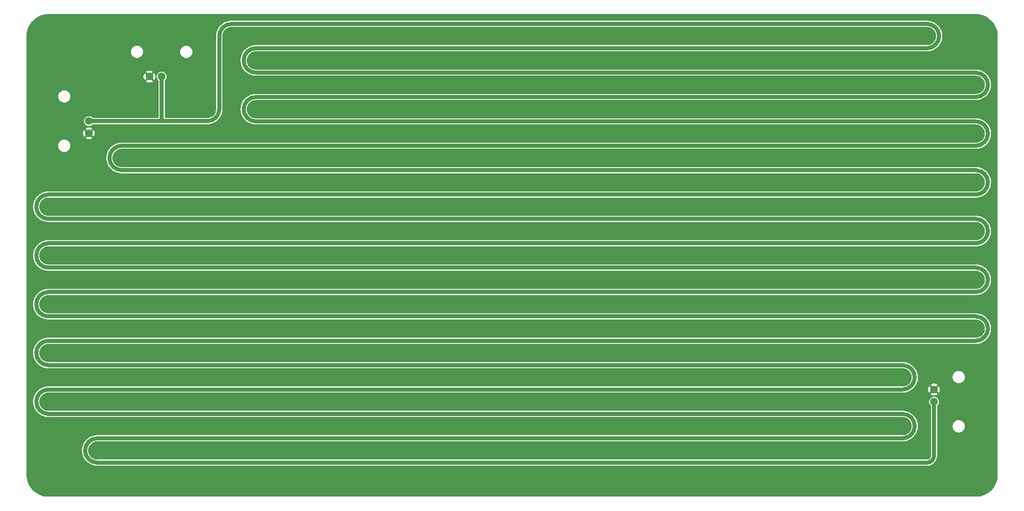
<source format=gbr>
%TF.GenerationSoftware,KiCad,Pcbnew,9.0.3*%
%TF.CreationDate,2025-08-22T13:10:08-04:00*%
%TF.ProjectId,PCB Transmission Line,50434220-5472-4616-9e73-6d697373696f,1*%
%TF.SameCoordinates,Original*%
%TF.FileFunction,Copper,L1,Top*%
%TF.FilePolarity,Positive*%
%FSLAX46Y46*%
G04 Gerber Fmt 4.6, Leading zero omitted, Abs format (unit mm)*
G04 Created by KiCad (PCBNEW 9.0.3) date 2025-08-22 13:10:08*
%MOMM*%
%LPD*%
G01*
G04 APERTURE LIST*
%TA.AperFunction,ComponentPad*%
%ADD10C,6.400000*%
%TD*%
%TA.AperFunction,ComponentPad*%
%ADD11C,1.600000*%
%TD*%
%TA.AperFunction,ViaPad*%
%ADD12C,0.700000*%
%TD*%
%TA.AperFunction,Conductor*%
%ADD13C,0.850000*%
%TD*%
G04 APERTURE END LIST*
D10*
%TO.P,H2,1,1*%
%TO.N,GND*%
X55000000Y-55000000D03*
%TD*%
D11*
%TO.P,J2,1,1*%
%TO.N,Net-(J1-Pad1)*%
X78200000Y-63300000D03*
%TO.P,J2,2,2*%
%TO.N,GND*%
X75700000Y-63300000D03*
%TD*%
D10*
%TO.P,H1,1,1*%
%TO.N,GND*%
X55000000Y-145000000D03*
%TD*%
%TO.P,H4,1,1*%
%TO.N,GND*%
X245000000Y-145000000D03*
%TD*%
%TO.P,H3,1,1*%
%TO.N,GND*%
X245000000Y-55000000D03*
%TD*%
D11*
%TO.P,J3,1,1*%
%TO.N,Net-(J1-Pad1)*%
X236450000Y-130000000D03*
%TO.P,J3,2,2*%
%TO.N,GND*%
X236450000Y-127500000D03*
%TD*%
%TO.P,J1,1,1*%
%TO.N,Net-(J1-Pad1)*%
X63300000Y-72450000D03*
%TO.P,J1,2,2*%
%TO.N,GND*%
X63300000Y-74950000D03*
%TD*%
D12*
%TO.N,GND*%
X115000000Y-55000000D03*
X125000000Y-130000000D03*
X230000000Y-130000000D03*
X160000000Y-60000000D03*
X100000000Y-75000000D03*
X75000000Y-125000000D03*
X60000000Y-145000000D03*
X75000000Y-115000000D03*
X145000000Y-145000000D03*
X100000000Y-70000000D03*
X120000000Y-65000000D03*
X60000000Y-95000000D03*
X225000000Y-125000000D03*
X175000000Y-60000000D03*
X200000000Y-95000000D03*
X225000000Y-120000000D03*
X125000000Y-120000000D03*
X245000000Y-130000000D03*
X90000000Y-95000000D03*
X120000000Y-95000000D03*
X105000000Y-85000000D03*
X80000000Y-75000000D03*
X205000000Y-85000000D03*
X60000000Y-100000000D03*
X95000000Y-120000000D03*
X150000000Y-90000000D03*
X210000000Y-115000000D03*
X115000000Y-115000000D03*
X115000000Y-100000000D03*
X225000000Y-95000000D03*
X65000000Y-60000000D03*
X170000000Y-110000000D03*
X70000000Y-115000000D03*
X220000000Y-60000000D03*
X185000000Y-135000000D03*
X100000000Y-140000000D03*
X135000000Y-70000000D03*
X230000000Y-65000000D03*
X85000000Y-60000000D03*
X140000000Y-135000000D03*
X180000000Y-125000000D03*
X205000000Y-115000000D03*
X220000000Y-95000000D03*
X225000000Y-90000000D03*
X120000000Y-120000000D03*
X125000000Y-140000000D03*
X215000000Y-140000000D03*
X115000000Y-125000000D03*
X100000000Y-130000000D03*
X115000000Y-85000000D03*
X95000000Y-130000000D03*
X135000000Y-120000000D03*
X145000000Y-105000000D03*
X235000000Y-105000000D03*
X180000000Y-85000000D03*
X55000000Y-70000000D03*
X180000000Y-100000000D03*
X215000000Y-95000000D03*
X190000000Y-55000000D03*
X240000000Y-130000000D03*
X85000000Y-75000000D03*
X75000000Y-70000000D03*
X125000000Y-110000000D03*
X215000000Y-135000000D03*
X210000000Y-80000000D03*
X240000000Y-105000000D03*
X120000000Y-145000000D03*
X70000000Y-55000000D03*
X105000000Y-100000000D03*
X180000000Y-60000000D03*
X225000000Y-115000000D03*
X135000000Y-115000000D03*
X220000000Y-110000000D03*
X215000000Y-110000000D03*
X55000000Y-140000000D03*
X95000000Y-55000000D03*
X95000000Y-115000000D03*
X185000000Y-80000000D03*
X190000000Y-135000000D03*
X155000000Y-85000000D03*
X115000000Y-80000000D03*
X165000000Y-60000000D03*
X205000000Y-140000000D03*
X160000000Y-115000000D03*
X155000000Y-110000000D03*
X110000000Y-135000000D03*
X90000000Y-125000000D03*
X205000000Y-120000000D03*
X155000000Y-80000000D03*
X175000000Y-80000000D03*
X105000000Y-60000000D03*
X190000000Y-75000000D03*
X195000000Y-130000000D03*
X140000000Y-75000000D03*
X215000000Y-60000000D03*
X200000000Y-75000000D03*
X155000000Y-70000000D03*
X155000000Y-135000000D03*
X140000000Y-85000000D03*
X90000000Y-75000000D03*
X140000000Y-95000000D03*
X130000000Y-95000000D03*
X220000000Y-135000000D03*
X75000000Y-145000000D03*
X235000000Y-100000000D03*
X55000000Y-115000000D03*
X55000000Y-110000000D03*
X65000000Y-100000000D03*
X175000000Y-130000000D03*
X75000000Y-130000000D03*
X100000000Y-120000000D03*
X75000000Y-135000000D03*
X110000000Y-60000000D03*
X80000000Y-65000000D03*
X135000000Y-110000000D03*
X210000000Y-130000000D03*
X70000000Y-110000000D03*
X245000000Y-75000000D03*
X150000000Y-60000000D03*
X130000000Y-145000000D03*
X90000000Y-110000000D03*
X190000000Y-140000000D03*
X185000000Y-70000000D03*
X215000000Y-70000000D03*
X135000000Y-140000000D03*
X70000000Y-145000000D03*
X160000000Y-80000000D03*
X70000000Y-100000000D03*
X60000000Y-85000000D03*
X195000000Y-70000000D03*
X235000000Y-135000000D03*
X100000000Y-65000000D03*
X205000000Y-135000000D03*
X245000000Y-120000000D03*
X110000000Y-90000000D03*
X70000000Y-70000000D03*
X220000000Y-55000000D03*
X200000000Y-85000000D03*
X125000000Y-70000000D03*
X105000000Y-125000000D03*
X180000000Y-140000000D03*
X105000000Y-105000000D03*
X80000000Y-130000000D03*
X155000000Y-105000000D03*
X90000000Y-135000000D03*
X170000000Y-95000000D03*
X55000000Y-130000000D03*
X155000000Y-125000000D03*
X180000000Y-120000000D03*
X55000000Y-125000000D03*
X105000000Y-135000000D03*
X110000000Y-85000000D03*
X60000000Y-135000000D03*
X145000000Y-80000000D03*
X105000000Y-115000000D03*
X160000000Y-85000000D03*
X195000000Y-80000000D03*
X130000000Y-100000000D03*
X65000000Y-55000000D03*
X85000000Y-125000000D03*
X75000000Y-85000000D03*
X240000000Y-80000000D03*
X150000000Y-100000000D03*
X170000000Y-100000000D03*
X145000000Y-140000000D03*
X150000000Y-130000000D03*
X140000000Y-100000000D03*
X195000000Y-115000000D03*
X140000000Y-70000000D03*
X205000000Y-130000000D03*
X170000000Y-135000000D03*
X120000000Y-115000000D03*
X230000000Y-85000000D03*
X80000000Y-70000000D03*
X85000000Y-115000000D03*
X150000000Y-95000000D03*
X145000000Y-90000000D03*
X105000000Y-130000000D03*
X55000000Y-105000000D03*
X80000000Y-125000000D03*
X220000000Y-80000000D03*
X170000000Y-70000000D03*
X135000000Y-105000000D03*
X240000000Y-65000000D03*
X75000000Y-105000000D03*
X245000000Y-90000000D03*
X220000000Y-130000000D03*
X150000000Y-145000000D03*
X120000000Y-55000000D03*
X240000000Y-100000000D03*
X175000000Y-55000000D03*
X170000000Y-85000000D03*
X165000000Y-130000000D03*
X75000000Y-140000000D03*
X105000000Y-110000000D03*
X75000000Y-95000000D03*
X100000000Y-55000000D03*
X120000000Y-130000000D03*
X90000000Y-145000000D03*
X200000000Y-100000000D03*
X85000000Y-90000000D03*
X240000000Y-55000000D03*
X145000000Y-115000000D03*
X210000000Y-145000000D03*
X55000000Y-60000000D03*
X170000000Y-75000000D03*
X85000000Y-130000000D03*
X125000000Y-100000000D03*
X245000000Y-100000000D03*
X190000000Y-110000000D03*
X155000000Y-95000000D03*
X220000000Y-90000000D03*
X145000000Y-130000000D03*
X195000000Y-60000000D03*
X210000000Y-110000000D03*
X220000000Y-125000000D03*
X225000000Y-65000000D03*
X165000000Y-115000000D03*
X125000000Y-80000000D03*
X165000000Y-65000000D03*
X205000000Y-90000000D03*
X90000000Y-80000000D03*
X180000000Y-95000000D03*
X190000000Y-60000000D03*
X160000000Y-120000000D03*
X60000000Y-105000000D03*
X230000000Y-55000000D03*
X100000000Y-135000000D03*
X100000000Y-100000000D03*
X140000000Y-105000000D03*
X185000000Y-60000000D03*
X65000000Y-135000000D03*
X245000000Y-65000000D03*
X225000000Y-110000000D03*
X135000000Y-100000000D03*
X230000000Y-80000000D03*
X155000000Y-120000000D03*
X130000000Y-135000000D03*
X145000000Y-75000000D03*
X175000000Y-140000000D03*
X235000000Y-60000000D03*
X130000000Y-70000000D03*
X185000000Y-55000000D03*
X215000000Y-65000000D03*
X205000000Y-70000000D03*
X220000000Y-65000000D03*
X235000000Y-90000000D03*
X60000000Y-110000000D03*
X65000000Y-80000000D03*
X65000000Y-65000000D03*
X145000000Y-125000000D03*
X180000000Y-70000000D03*
X210000000Y-100000000D03*
X200000000Y-125000000D03*
X150000000Y-110000000D03*
X185000000Y-90000000D03*
X100000000Y-80000000D03*
X150000000Y-125000000D03*
X70000000Y-140000000D03*
X100000000Y-105000000D03*
X210000000Y-120000000D03*
X240000000Y-70000000D03*
X100000000Y-125000000D03*
X110000000Y-105000000D03*
X240000000Y-85000000D03*
X90000000Y-85000000D03*
X85000000Y-55000000D03*
X140000000Y-60000000D03*
X150000000Y-85000000D03*
X80000000Y-110000000D03*
X210000000Y-95000000D03*
X210000000Y-55000000D03*
X235000000Y-65000000D03*
X70000000Y-120000000D03*
X85000000Y-120000000D03*
X235000000Y-110000000D03*
X55000000Y-85000000D03*
X240000000Y-90000000D03*
X175000000Y-100000000D03*
X170000000Y-90000000D03*
X185000000Y-75000000D03*
X195000000Y-85000000D03*
X125000000Y-135000000D03*
X240000000Y-60000000D03*
X205000000Y-60000000D03*
X150000000Y-75000000D03*
X125000000Y-65000000D03*
X205000000Y-95000000D03*
X210000000Y-85000000D03*
X95000000Y-90000000D03*
X110000000Y-120000000D03*
X75000000Y-90000000D03*
X175000000Y-90000000D03*
X175000000Y-145000000D03*
X195000000Y-75000000D03*
X155000000Y-100000000D03*
X245000000Y-115000000D03*
X65000000Y-115000000D03*
X225000000Y-105000000D03*
X105000000Y-55000000D03*
X115000000Y-145000000D03*
X155000000Y-90000000D03*
X125000000Y-55000000D03*
X125000000Y-95000000D03*
X130000000Y-90000000D03*
X120000000Y-75000000D03*
X215000000Y-85000000D03*
X235000000Y-130000000D03*
X95000000Y-95000000D03*
X210000000Y-135000000D03*
X200000000Y-65000000D03*
X230000000Y-95000000D03*
X205000000Y-80000000D03*
X220000000Y-75000000D03*
X190000000Y-120000000D03*
X230000000Y-125000000D03*
X165000000Y-95000000D03*
X155000000Y-115000000D03*
X75000000Y-100000000D03*
X180000000Y-135000000D03*
X75000000Y-55000000D03*
X60000000Y-65000000D03*
X225000000Y-85000000D03*
X175000000Y-65000000D03*
X210000000Y-140000000D03*
X230000000Y-70000000D03*
X200000000Y-135000000D03*
X165000000Y-145000000D03*
X145000000Y-55000000D03*
X205000000Y-100000000D03*
X100000000Y-145000000D03*
X190000000Y-100000000D03*
X190000000Y-80000000D03*
X205000000Y-65000000D03*
X175000000Y-105000000D03*
X95000000Y-65000000D03*
X160000000Y-100000000D03*
X95000000Y-85000000D03*
X215000000Y-80000000D03*
X180000000Y-80000000D03*
X55000000Y-120000000D03*
X85000000Y-145000000D03*
X80000000Y-85000000D03*
X195000000Y-135000000D03*
X125000000Y-125000000D03*
X140000000Y-110000000D03*
X55000000Y-90000000D03*
X90000000Y-140000000D03*
X175000000Y-115000000D03*
X215000000Y-145000000D03*
X70000000Y-85000000D03*
X210000000Y-125000000D03*
X95000000Y-110000000D03*
X110000000Y-65000000D03*
X115000000Y-130000000D03*
X160000000Y-70000000D03*
X160000000Y-125000000D03*
X80000000Y-90000000D03*
X140000000Y-115000000D03*
X165000000Y-85000000D03*
X145000000Y-135000000D03*
X180000000Y-105000000D03*
X100000000Y-115000000D03*
X70000000Y-60000000D03*
X135000000Y-60000000D03*
X215000000Y-125000000D03*
X100000000Y-60000000D03*
X85000000Y-140000000D03*
X200000000Y-115000000D03*
X120000000Y-90000000D03*
X195000000Y-145000000D03*
X235000000Y-145000000D03*
X80000000Y-80000000D03*
X220000000Y-115000000D03*
X150000000Y-120000000D03*
X175000000Y-70000000D03*
X155000000Y-140000000D03*
X160000000Y-135000000D03*
X60000000Y-80000000D03*
X175000000Y-85000000D03*
X105000000Y-80000000D03*
X110000000Y-145000000D03*
X185000000Y-120000000D03*
X235000000Y-75000000D03*
X60000000Y-70000000D03*
X200000000Y-60000000D03*
X155000000Y-75000000D03*
X215000000Y-105000000D03*
X190000000Y-85000000D03*
X60000000Y-75000000D03*
X145000000Y-85000000D03*
X195000000Y-110000000D03*
X115000000Y-140000000D03*
X190000000Y-70000000D03*
X90000000Y-90000000D03*
X65000000Y-120000000D03*
X245000000Y-95000000D03*
X120000000Y-140000000D03*
X60000000Y-125000000D03*
X135000000Y-145000000D03*
X245000000Y-60000000D03*
X195000000Y-100000000D03*
X235000000Y-85000000D03*
X165000000Y-90000000D03*
X190000000Y-65000000D03*
X105000000Y-145000000D03*
X215000000Y-100000000D03*
X160000000Y-145000000D03*
X65000000Y-130000000D03*
X150000000Y-115000000D03*
X155000000Y-60000000D03*
X170000000Y-60000000D03*
X225000000Y-145000000D03*
X210000000Y-105000000D03*
X140000000Y-145000000D03*
X115000000Y-70000000D03*
X60000000Y-140000000D03*
X200000000Y-105000000D03*
X90000000Y-105000000D03*
X240000000Y-145000000D03*
X135000000Y-75000000D03*
X65000000Y-105000000D03*
X145000000Y-100000000D03*
X245000000Y-125000000D03*
X180000000Y-115000000D03*
X70000000Y-75000000D03*
X200000000Y-80000000D03*
X80000000Y-140000000D03*
X200000000Y-120000000D03*
X180000000Y-130000000D03*
X110000000Y-100000000D03*
X85000000Y-100000000D03*
X200000000Y-55000000D03*
X60000000Y-60000000D03*
X170000000Y-120000000D03*
X80000000Y-55000000D03*
X140000000Y-130000000D03*
X200000000Y-110000000D03*
X205000000Y-110000000D03*
X170000000Y-140000000D03*
X165000000Y-100000000D03*
X130000000Y-65000000D03*
X170000000Y-105000000D03*
X115000000Y-75000000D03*
X185000000Y-95000000D03*
X95000000Y-140000000D03*
X225000000Y-135000000D03*
X125000000Y-85000000D03*
X90000000Y-120000000D03*
X220000000Y-140000000D03*
X180000000Y-65000000D03*
X125000000Y-90000000D03*
X115000000Y-65000000D03*
X115000000Y-60000000D03*
X75000000Y-80000000D03*
X160000000Y-140000000D03*
X160000000Y-105000000D03*
X185000000Y-100000000D03*
X165000000Y-70000000D03*
X170000000Y-55000000D03*
X245000000Y-80000000D03*
X195000000Y-105000000D03*
X130000000Y-85000000D03*
X135000000Y-125000000D03*
X110000000Y-95000000D03*
X150000000Y-55000000D03*
X215000000Y-130000000D03*
X120000000Y-125000000D03*
X170000000Y-130000000D03*
X95000000Y-80000000D03*
X95000000Y-100000000D03*
X240000000Y-115000000D03*
X180000000Y-145000000D03*
X125000000Y-105000000D03*
X220000000Y-105000000D03*
X175000000Y-135000000D03*
X85000000Y-85000000D03*
X105000000Y-120000000D03*
X135000000Y-90000000D03*
X100000000Y-85000000D03*
X225000000Y-70000000D03*
X70000000Y-80000000D03*
X150000000Y-135000000D03*
X55000000Y-100000000D03*
X200000000Y-145000000D03*
X85000000Y-110000000D03*
X135000000Y-55000000D03*
X125000000Y-60000000D03*
X160000000Y-110000000D03*
X225000000Y-75000000D03*
X170000000Y-125000000D03*
X245000000Y-105000000D03*
X230000000Y-145000000D03*
X85000000Y-80000000D03*
X235000000Y-55000000D03*
X75000000Y-65000000D03*
X130000000Y-140000000D03*
X175000000Y-120000000D03*
X140000000Y-55000000D03*
X240000000Y-75000000D03*
X85000000Y-70000000D03*
X65000000Y-70000000D03*
X230000000Y-90000000D03*
X120000000Y-85000000D03*
X115000000Y-110000000D03*
X145000000Y-70000000D03*
X105000000Y-95000000D03*
X205000000Y-55000000D03*
X245000000Y-85000000D03*
X95000000Y-135000000D03*
X110000000Y-70000000D03*
X165000000Y-105000000D03*
X155000000Y-55000000D03*
X75000000Y-60000000D03*
X225000000Y-130000000D03*
X235000000Y-140000000D03*
X235000000Y-120000000D03*
X185000000Y-145000000D03*
X115000000Y-105000000D03*
X110000000Y-140000000D03*
X135000000Y-85000000D03*
X200000000Y-140000000D03*
X100000000Y-90000000D03*
X185000000Y-105000000D03*
X55000000Y-135000000D03*
X145000000Y-65000000D03*
X165000000Y-140000000D03*
X155000000Y-130000000D03*
X80000000Y-145000000D03*
X235000000Y-125000000D03*
X215000000Y-90000000D03*
X195000000Y-120000000D03*
X190000000Y-90000000D03*
X130000000Y-75000000D03*
X225000000Y-140000000D03*
X245000000Y-140000000D03*
X150000000Y-80000000D03*
X180000000Y-75000000D03*
X230000000Y-110000000D03*
X230000000Y-120000000D03*
X105000000Y-65000000D03*
X95000000Y-105000000D03*
X80000000Y-100000000D03*
X190000000Y-145000000D03*
X170000000Y-80000000D03*
X220000000Y-70000000D03*
X125000000Y-75000000D03*
X170000000Y-145000000D03*
X70000000Y-95000000D03*
X75000000Y-120000000D03*
X200000000Y-130000000D03*
X180000000Y-110000000D03*
X65000000Y-145000000D03*
X120000000Y-80000000D03*
X185000000Y-125000000D03*
X195000000Y-95000000D03*
X85000000Y-95000000D03*
X100000000Y-95000000D03*
X130000000Y-115000000D03*
X130000000Y-110000000D03*
X75000000Y-75000000D03*
X235000000Y-115000000D03*
X80000000Y-95000000D03*
X225000000Y-60000000D03*
X200000000Y-90000000D03*
X185000000Y-130000000D03*
X110000000Y-55000000D03*
X205000000Y-145000000D03*
X230000000Y-60000000D03*
X195000000Y-125000000D03*
X65000000Y-110000000D03*
X165000000Y-55000000D03*
X190000000Y-125000000D03*
X245000000Y-70000000D03*
X245000000Y-110000000D03*
X145000000Y-95000000D03*
X165000000Y-110000000D03*
X65000000Y-125000000D03*
X90000000Y-130000000D03*
X155000000Y-65000000D03*
X240000000Y-140000000D03*
X170000000Y-115000000D03*
X145000000Y-110000000D03*
X210000000Y-90000000D03*
X175000000Y-110000000D03*
X105000000Y-70000000D03*
X140000000Y-120000000D03*
X120000000Y-60000000D03*
X85000000Y-105000000D03*
X235000000Y-80000000D03*
X160000000Y-65000000D03*
X130000000Y-60000000D03*
X150000000Y-65000000D03*
X100000000Y-110000000D03*
X110000000Y-80000000D03*
X80000000Y-60000000D03*
X55000000Y-95000000D03*
X230000000Y-140000000D03*
X55000000Y-75000000D03*
X140000000Y-90000000D03*
X60000000Y-120000000D03*
X165000000Y-75000000D03*
X195000000Y-140000000D03*
X185000000Y-140000000D03*
X160000000Y-95000000D03*
X135000000Y-65000000D03*
X230000000Y-105000000D03*
X125000000Y-145000000D03*
X140000000Y-80000000D03*
X65000000Y-75000000D03*
X215000000Y-115000000D03*
X80000000Y-115000000D03*
X130000000Y-80000000D03*
X230000000Y-115000000D03*
X120000000Y-100000000D03*
X115000000Y-90000000D03*
X220000000Y-100000000D03*
X225000000Y-80000000D03*
X235000000Y-95000000D03*
X85000000Y-65000000D03*
X170000000Y-65000000D03*
X70000000Y-130000000D03*
X90000000Y-100000000D03*
X70000000Y-105000000D03*
X200000000Y-70000000D03*
X115000000Y-95000000D03*
X185000000Y-110000000D03*
X110000000Y-75000000D03*
X195000000Y-90000000D03*
X225000000Y-100000000D03*
X115000000Y-120000000D03*
X65000000Y-90000000D03*
X230000000Y-100000000D03*
X105000000Y-90000000D03*
X210000000Y-75000000D03*
X155000000Y-145000000D03*
X115000000Y-135000000D03*
X165000000Y-120000000D03*
X150000000Y-140000000D03*
X195000000Y-65000000D03*
X130000000Y-120000000D03*
X165000000Y-125000000D03*
X165000000Y-135000000D03*
X245000000Y-135000000D03*
X220000000Y-145000000D03*
X55000000Y-65000000D03*
X180000000Y-55000000D03*
X135000000Y-80000000D03*
X175000000Y-95000000D03*
X175000000Y-75000000D03*
X240000000Y-120000000D03*
X125000000Y-115000000D03*
X120000000Y-110000000D03*
X85000000Y-135000000D03*
X240000000Y-95000000D03*
X230000000Y-75000000D03*
X70000000Y-135000000D03*
X110000000Y-115000000D03*
X160000000Y-130000000D03*
X140000000Y-125000000D03*
X190000000Y-95000000D03*
X215000000Y-55000000D03*
X110000000Y-110000000D03*
X75000000Y-110000000D03*
X185000000Y-115000000D03*
X60000000Y-55000000D03*
X195000000Y-55000000D03*
X130000000Y-125000000D03*
X110000000Y-125000000D03*
X70000000Y-125000000D03*
X220000000Y-85000000D03*
X60000000Y-115000000D03*
X110000000Y-130000000D03*
X120000000Y-70000000D03*
X70000000Y-65000000D03*
X60000000Y-130000000D03*
X140000000Y-65000000D03*
X120000000Y-105000000D03*
X220000000Y-120000000D03*
X65000000Y-85000000D03*
X240000000Y-110000000D03*
X130000000Y-130000000D03*
X60000000Y-90000000D03*
X225000000Y-55000000D03*
X210000000Y-70000000D03*
X65000000Y-95000000D03*
X215000000Y-120000000D03*
X105000000Y-140000000D03*
X80000000Y-135000000D03*
X135000000Y-95000000D03*
X175000000Y-125000000D03*
X160000000Y-90000000D03*
X95000000Y-145000000D03*
X130000000Y-55000000D03*
X205000000Y-75000000D03*
X120000000Y-135000000D03*
X165000000Y-80000000D03*
X185000000Y-65000000D03*
X230000000Y-135000000D03*
X190000000Y-105000000D03*
X80000000Y-120000000D03*
X210000000Y-60000000D03*
X190000000Y-130000000D03*
X185000000Y-85000000D03*
X90000000Y-115000000D03*
X235000000Y-70000000D03*
X160000000Y-75000000D03*
X205000000Y-125000000D03*
X65000000Y-140000000D03*
X135000000Y-130000000D03*
X190000000Y-115000000D03*
X205000000Y-105000000D03*
X215000000Y-75000000D03*
X80000000Y-105000000D03*
X145000000Y-120000000D03*
X180000000Y-90000000D03*
X210000000Y-65000000D03*
X140000000Y-140000000D03*
X95000000Y-75000000D03*
X150000000Y-105000000D03*
X145000000Y-60000000D03*
X55000000Y-80000000D03*
X135000000Y-135000000D03*
X95000000Y-125000000D03*
X150000000Y-70000000D03*
X105000000Y-75000000D03*
X70000000Y-90000000D03*
X130000000Y-105000000D03*
X160000000Y-55000000D03*
%TD*%
D13*
%TO.N,Net-(J1-Pad1)*%
X70000000Y-77500000D02*
X245000000Y-77500000D01*
X55000000Y-107500000D02*
X245000000Y-107500000D01*
X245000000Y-82500000D02*
X70000000Y-82500000D01*
X55000000Y-127500000D02*
X230000000Y-127500000D01*
X236450000Y-130000000D02*
X236450000Y-141050000D01*
X63300000Y-72450000D02*
X78205185Y-72450000D01*
X78200000Y-63300000D02*
X78200000Y-72444815D01*
X235000000Y-142500000D02*
X65000000Y-142500000D01*
X65000000Y-137500000D02*
X230000000Y-137500000D01*
X87550000Y-72450000D02*
X78205185Y-72450000D01*
X97500000Y-57500000D02*
X235000000Y-57500000D01*
X235000000Y-52500000D02*
X92500000Y-52500000D01*
X55000000Y-97500000D02*
X245000000Y-97500000D01*
X245000000Y-72500000D02*
X97500000Y-72500000D01*
X230000000Y-122500000D02*
X55000000Y-122500000D01*
X90000000Y-55000000D02*
X90000000Y-70000000D01*
X245000000Y-102500000D02*
X55000000Y-102500000D01*
X245000000Y-112500000D02*
X55000000Y-112500000D01*
X230000000Y-132500000D02*
X55000000Y-132500000D01*
X245000000Y-62500000D02*
X97500000Y-62500000D01*
X55000000Y-87500000D02*
X245000000Y-87500000D01*
X97500000Y-67500000D02*
X245000000Y-67500000D01*
X55000000Y-117500000D02*
X245000000Y-117500000D01*
X245000000Y-92500000D02*
X55000000Y-92500000D01*
X245000000Y-117500000D02*
G75*
G03*
X247500000Y-115000000I0J2500000D01*
G01*
X230000000Y-137500000D02*
G75*
G03*
X232500000Y-135000000I0J2500000D01*
G01*
X52500000Y-120000000D02*
G75*
G02*
X55000000Y-117500000I2500000J0D01*
G01*
X78200000Y-72444815D02*
G75*
G03*
X78205185Y-72450000I5200J15D01*
G01*
X65000000Y-142500000D02*
G75*
G02*
X62500000Y-140000000I0J2500000D01*
G01*
X95000000Y-60000000D02*
G75*
G02*
X97500000Y-57500000I2500000J0D01*
G01*
X245000000Y-107500000D02*
G75*
G03*
X247500000Y-105000000I0J2500000D01*
G01*
X232500000Y-135000000D02*
G75*
G03*
X230000000Y-132500000I-2500000J0D01*
G01*
X67500000Y-80000000D02*
G75*
G02*
X70000000Y-77500000I2500000J0D01*
G01*
X245000000Y-77500000D02*
G75*
G03*
X247500000Y-75000000I0J2500000D01*
G01*
X97500000Y-62500000D02*
G75*
G02*
X95000000Y-60000000I0J2500000D01*
G01*
X55000000Y-122500000D02*
G75*
G02*
X52500000Y-120000000I0J2500000D01*
G01*
X230000000Y-127500000D02*
G75*
G03*
X232500000Y-125000000I0J2500000D01*
G01*
X237500000Y-55000000D02*
G75*
G03*
X235000000Y-52500000I-2500000J0D01*
G01*
X95000000Y-70000000D02*
G75*
G02*
X97500000Y-67500000I2500000J0D01*
G01*
X70000000Y-82500000D02*
G75*
G02*
X67500000Y-80000000I0J2500000D01*
G01*
X97500000Y-72500000D02*
G75*
G02*
X95000000Y-70000000I0J2500000D01*
G01*
X236450000Y-141050000D02*
G75*
G02*
X235000000Y-142500000I-1450000J0D01*
G01*
X232500000Y-125000000D02*
G75*
G03*
X230000000Y-122500000I-2500000J0D01*
G01*
X247500000Y-95000000D02*
G75*
G03*
X245000000Y-92500000I-2500000J0D01*
G01*
X247500000Y-85000000D02*
G75*
G03*
X245000000Y-82500000I-2500000J0D01*
G01*
X245000000Y-67500000D02*
G75*
G03*
X247500000Y-65000000I0J2500000D01*
G01*
X52500000Y-90000000D02*
G75*
G02*
X55000000Y-87500000I2500000J0D01*
G01*
X55000000Y-92500000D02*
G75*
G02*
X52500000Y-90000000I0J2500000D01*
G01*
X247500000Y-115000000D02*
G75*
G03*
X245000000Y-112500000I-2500000J0D01*
G01*
X247500000Y-105000000D02*
G75*
G03*
X245000000Y-102500000I-2500000J0D01*
G01*
X55000000Y-132500000D02*
G75*
G02*
X52500000Y-130000000I0J2500000D01*
G01*
X52500000Y-110000000D02*
G75*
G02*
X55000000Y-107500000I2500000J0D01*
G01*
X55000000Y-112500000D02*
G75*
G02*
X52500000Y-110000000I0J2500000D01*
G01*
X245000000Y-97500000D02*
G75*
G03*
X247500000Y-95000000I0J2500000D01*
G01*
X90000000Y-70000000D02*
G75*
G02*
X87550000Y-72450000I-2450000J0D01*
G01*
X235000000Y-57500000D02*
G75*
G03*
X237500000Y-55000000I0J2500000D01*
G01*
X247500000Y-65000000D02*
G75*
G03*
X245000000Y-62500000I-2500000J0D01*
G01*
X245000000Y-87500000D02*
G75*
G03*
X247500000Y-85000000I0J2500000D01*
G01*
X55000000Y-102500000D02*
G75*
G02*
X52500000Y-100000000I0J2500000D01*
G01*
X247500000Y-75000000D02*
G75*
G03*
X245000000Y-72500000I-2500000J0D01*
G01*
X62500000Y-140000000D02*
G75*
G02*
X65000000Y-137500000I2500000J0D01*
G01*
X92500000Y-52500000D02*
G75*
G03*
X90000000Y-55000000I0J-2500000D01*
G01*
X52500000Y-130000000D02*
G75*
G02*
X55000000Y-127500000I2500000J0D01*
G01*
X52500000Y-100000000D02*
G75*
G02*
X55000000Y-97500000I2500000J0D01*
G01*
%TD*%
%TA.AperFunction,Conductor*%
%TO.N,GND*%
G36*
X245002152Y-50500593D02*
G01*
X245387853Y-50517434D01*
X245396432Y-50518184D01*
X245777053Y-50568295D01*
X245785544Y-50569792D01*
X246160338Y-50652881D01*
X246168673Y-50655115D01*
X246534797Y-50770553D01*
X246542913Y-50773507D01*
X246897587Y-50920418D01*
X246905398Y-50924060D01*
X247245910Y-51101320D01*
X247253390Y-51105638D01*
X247577167Y-51311906D01*
X247584241Y-51316860D01*
X247888797Y-51550554D01*
X247895398Y-51556093D01*
X248178459Y-51815470D01*
X248184529Y-51821540D01*
X248443905Y-52104599D01*
X248449445Y-52111202D01*
X248683139Y-52415758D01*
X248688093Y-52422832D01*
X248894361Y-52746609D01*
X248898679Y-52754089D01*
X249075935Y-53094593D01*
X249079585Y-53102420D01*
X249226492Y-53457086D01*
X249229446Y-53465202D01*
X249344884Y-53831326D01*
X249347119Y-53839668D01*
X249430205Y-54214445D01*
X249431705Y-54222951D01*
X249481813Y-54603554D01*
X249482566Y-54612158D01*
X249499406Y-54997847D01*
X249499500Y-55002165D01*
X249499500Y-144997834D01*
X249499406Y-145002152D01*
X249482566Y-145387841D01*
X249481813Y-145396445D01*
X249431705Y-145777048D01*
X249430205Y-145785554D01*
X249347119Y-146160331D01*
X249344884Y-146168673D01*
X249229446Y-146534797D01*
X249226492Y-146542913D01*
X249079585Y-146897579D01*
X249075935Y-146905406D01*
X248898679Y-147245910D01*
X248894361Y-147253390D01*
X248688093Y-147577167D01*
X248683139Y-147584241D01*
X248449445Y-147888797D01*
X248443895Y-147895411D01*
X248184540Y-148178447D01*
X248178447Y-148184540D01*
X248162727Y-148198946D01*
X247895413Y-148443894D01*
X247888797Y-148449445D01*
X247584241Y-148683139D01*
X247577167Y-148688093D01*
X247253390Y-148894361D01*
X247245910Y-148898679D01*
X246905406Y-149075935D01*
X246897579Y-149079585D01*
X246542913Y-149226492D01*
X246534797Y-149229446D01*
X246168673Y-149344884D01*
X246160331Y-149347119D01*
X245785554Y-149430205D01*
X245777048Y-149431705D01*
X245396445Y-149481813D01*
X245387841Y-149482566D01*
X245002153Y-149499406D01*
X244997835Y-149499500D01*
X55002165Y-149499500D01*
X54997847Y-149499406D01*
X54612158Y-149482566D01*
X54603554Y-149481813D01*
X54222951Y-149431705D01*
X54214445Y-149430205D01*
X53839668Y-149347119D01*
X53831326Y-149344884D01*
X53465202Y-149229446D01*
X53457086Y-149226492D01*
X53102420Y-149079585D01*
X53094593Y-149075935D01*
X52754089Y-148898679D01*
X52746609Y-148894361D01*
X52422832Y-148688093D01*
X52415758Y-148683139D01*
X52111202Y-148449445D01*
X52104599Y-148443905D01*
X51821540Y-148184529D01*
X51815470Y-148178459D01*
X51556093Y-147895398D01*
X51550554Y-147888797D01*
X51316860Y-147584241D01*
X51311906Y-147577167D01*
X51105638Y-147253390D01*
X51101320Y-147245910D01*
X50924064Y-146905406D01*
X50920414Y-146897579D01*
X50773507Y-146542913D01*
X50770553Y-146534797D01*
X50655115Y-146168673D01*
X50652880Y-146160331D01*
X50569794Y-145785554D01*
X50568294Y-145777048D01*
X50555643Y-145680953D01*
X50518184Y-145396432D01*
X50517434Y-145387853D01*
X50500594Y-145002152D01*
X50500500Y-144997834D01*
X50500500Y-89836199D01*
X51874500Y-89836199D01*
X51874500Y-89924051D01*
X51874500Y-90000000D01*
X51874500Y-90163801D01*
X51908744Y-90489607D01*
X51976856Y-90810049D01*
X52078090Y-91121616D01*
X52117808Y-91210825D01*
X52211335Y-91420889D01*
X52211336Y-91420891D01*
X52211338Y-91420894D01*
X52375138Y-91704605D01*
X52486922Y-91858463D01*
X52567698Y-91969642D01*
X52785320Y-92211335D01*
X52786905Y-92213095D01*
X52786915Y-92213104D01*
X52786916Y-92213105D01*
X53030357Y-92432301D01*
X53030360Y-92432303D01*
X53295395Y-92624862D01*
X53579106Y-92788662D01*
X53878384Y-92921910D01*
X54189951Y-93023144D01*
X54510393Y-93091256D01*
X54836199Y-93125500D01*
X54938394Y-93125500D01*
X244924051Y-93125500D01*
X244996759Y-93125500D01*
X245003234Y-93125712D01*
X245238199Y-93141112D01*
X245251027Y-93142801D01*
X245478797Y-93188107D01*
X245491297Y-93191456D01*
X245711201Y-93266104D01*
X245723164Y-93271060D01*
X245931426Y-93373763D01*
X245942642Y-93380238D01*
X246135729Y-93509255D01*
X246146002Y-93517138D01*
X246320593Y-93670249D01*
X246329750Y-93679406D01*
X246482861Y-93853997D01*
X246490744Y-93864270D01*
X246619761Y-94057357D01*
X246626236Y-94068573D01*
X246728939Y-94276835D01*
X246733895Y-94288798D01*
X246808541Y-94508697D01*
X246811893Y-94521206D01*
X246857197Y-94748967D01*
X246858887Y-94761806D01*
X246874075Y-94993525D01*
X246874075Y-95006475D01*
X246858887Y-95238193D01*
X246857197Y-95251032D01*
X246811893Y-95478793D01*
X246808541Y-95491302D01*
X246733895Y-95711201D01*
X246728939Y-95723164D01*
X246626236Y-95931426D01*
X246619761Y-95942642D01*
X246490744Y-96135729D01*
X246482861Y-96146002D01*
X246329750Y-96320593D01*
X246320593Y-96329750D01*
X246146002Y-96482861D01*
X246135729Y-96490744D01*
X245942642Y-96619761D01*
X245931426Y-96626236D01*
X245723164Y-96728939D01*
X245711201Y-96733895D01*
X245491302Y-96808541D01*
X245478793Y-96811893D01*
X245251032Y-96857197D01*
X245238193Y-96858887D01*
X245003234Y-96874288D01*
X244996759Y-96874500D01*
X54836195Y-96874500D01*
X54510392Y-96908744D01*
X54189953Y-96976855D01*
X54088531Y-97009809D01*
X53878384Y-97078090D01*
X53878377Y-97078092D01*
X53878377Y-97078093D01*
X53579110Y-97211335D01*
X53579108Y-97211336D01*
X53422961Y-97301487D01*
X53295395Y-97375138D01*
X53295391Y-97375141D01*
X53030357Y-97567698D01*
X52786916Y-97786894D01*
X52786894Y-97786916D01*
X52567698Y-98030357D01*
X52396419Y-98266104D01*
X52375138Y-98295395D01*
X52328234Y-98376635D01*
X52211336Y-98579108D01*
X52211335Y-98579110D01*
X52088948Y-98853997D01*
X52078090Y-98878384D01*
X52019938Y-99057357D01*
X51976855Y-99189953D01*
X51908744Y-99510392D01*
X51883669Y-99748967D01*
X51874500Y-99836199D01*
X51874500Y-99924051D01*
X51874500Y-100000000D01*
X51874500Y-100163801D01*
X51908744Y-100489607D01*
X51976856Y-100810049D01*
X52078090Y-101121616D01*
X52117808Y-101210825D01*
X52211335Y-101420889D01*
X52211336Y-101420891D01*
X52211338Y-101420894D01*
X52375138Y-101704605D01*
X52486922Y-101858463D01*
X52567698Y-101969642D01*
X52785320Y-102211335D01*
X52786905Y-102213095D01*
X52786915Y-102213104D01*
X52786916Y-102213105D01*
X53030357Y-102432301D01*
X53030360Y-102432303D01*
X53295395Y-102624862D01*
X53579106Y-102788662D01*
X53878384Y-102921910D01*
X54189951Y-103023144D01*
X54510393Y-103091256D01*
X54836199Y-103125500D01*
X54938394Y-103125500D01*
X244924051Y-103125500D01*
X244996759Y-103125500D01*
X245003234Y-103125712D01*
X245238199Y-103141112D01*
X245251027Y-103142801D01*
X245478797Y-103188107D01*
X245491297Y-103191456D01*
X245711201Y-103266104D01*
X245723164Y-103271060D01*
X245931426Y-103373763D01*
X245942642Y-103380238D01*
X246135729Y-103509255D01*
X246146002Y-103517138D01*
X246320593Y-103670249D01*
X246329750Y-103679406D01*
X246482861Y-103853997D01*
X246490744Y-103864270D01*
X246619761Y-104057357D01*
X246626236Y-104068573D01*
X246728939Y-104276835D01*
X246733895Y-104288798D01*
X246808541Y-104508697D01*
X246811893Y-104521206D01*
X246857197Y-104748967D01*
X246858887Y-104761806D01*
X246874075Y-104993525D01*
X246874075Y-105006475D01*
X246858887Y-105238193D01*
X246857197Y-105251032D01*
X246811893Y-105478793D01*
X246808541Y-105491302D01*
X246733895Y-105711201D01*
X246728939Y-105723164D01*
X246626236Y-105931426D01*
X246619761Y-105942642D01*
X246490744Y-106135729D01*
X246482861Y-106146002D01*
X246329750Y-106320593D01*
X246320593Y-106329750D01*
X246146002Y-106482861D01*
X246135729Y-106490744D01*
X245942642Y-106619761D01*
X245931426Y-106626236D01*
X245723164Y-106728939D01*
X245711201Y-106733895D01*
X245491302Y-106808541D01*
X245478793Y-106811893D01*
X245251032Y-106857197D01*
X245238193Y-106858887D01*
X245003234Y-106874288D01*
X244996759Y-106874500D01*
X54836195Y-106874500D01*
X54510392Y-106908744D01*
X54189953Y-106976855D01*
X54088531Y-107009809D01*
X53878384Y-107078090D01*
X53878377Y-107078092D01*
X53878377Y-107078093D01*
X53579110Y-107211335D01*
X53579108Y-107211336D01*
X53422961Y-107301487D01*
X53295395Y-107375138D01*
X53295391Y-107375141D01*
X53030357Y-107567698D01*
X52786916Y-107786894D01*
X52786894Y-107786916D01*
X52567698Y-108030357D01*
X52396419Y-108266104D01*
X52375138Y-108295395D01*
X52328234Y-108376635D01*
X52211336Y-108579108D01*
X52211335Y-108579110D01*
X52088948Y-108853997D01*
X52078090Y-108878384D01*
X52019938Y-109057357D01*
X51976855Y-109189953D01*
X51908744Y-109510392D01*
X51883669Y-109748967D01*
X51874500Y-109836199D01*
X51874500Y-109924051D01*
X51874500Y-110000000D01*
X51874500Y-110163801D01*
X51908744Y-110489607D01*
X51976856Y-110810049D01*
X52078090Y-111121616D01*
X52117808Y-111210825D01*
X52211335Y-111420889D01*
X52211336Y-111420891D01*
X52211338Y-111420894D01*
X52375138Y-111704605D01*
X52486922Y-111858463D01*
X52567698Y-111969642D01*
X52785320Y-112211335D01*
X52786905Y-112213095D01*
X52786915Y-112213104D01*
X52786916Y-112213105D01*
X53030357Y-112432301D01*
X53030360Y-112432303D01*
X53295395Y-112624862D01*
X53579106Y-112788662D01*
X53878384Y-112921910D01*
X54189951Y-113023144D01*
X54510393Y-113091256D01*
X54836199Y-113125500D01*
X54938394Y-113125500D01*
X244924051Y-113125500D01*
X244996759Y-113125500D01*
X245003234Y-113125712D01*
X245238199Y-113141112D01*
X245251027Y-113142801D01*
X245478797Y-113188107D01*
X245491297Y-113191456D01*
X245711201Y-113266104D01*
X245723164Y-113271060D01*
X245931426Y-113373763D01*
X245942642Y-113380238D01*
X246135729Y-113509255D01*
X246146002Y-113517138D01*
X246320593Y-113670249D01*
X246329750Y-113679406D01*
X246482861Y-113853997D01*
X246490744Y-113864270D01*
X246619761Y-114057357D01*
X246626236Y-114068573D01*
X246728939Y-114276835D01*
X246733895Y-114288798D01*
X246808541Y-114508697D01*
X246811893Y-114521206D01*
X246857197Y-114748967D01*
X246858887Y-114761806D01*
X246874075Y-114993525D01*
X246874075Y-115006475D01*
X246858887Y-115238193D01*
X246857197Y-115251032D01*
X246811893Y-115478793D01*
X246808541Y-115491302D01*
X246733895Y-115711201D01*
X246728939Y-115723164D01*
X246626236Y-115931426D01*
X246619761Y-115942642D01*
X246490744Y-116135729D01*
X246482861Y-116146002D01*
X246329750Y-116320593D01*
X246320593Y-116329750D01*
X246146002Y-116482861D01*
X246135729Y-116490744D01*
X245942642Y-116619761D01*
X245931426Y-116626236D01*
X245723164Y-116728939D01*
X245711201Y-116733895D01*
X245491302Y-116808541D01*
X245478793Y-116811893D01*
X245251032Y-116857197D01*
X245238193Y-116858887D01*
X245003234Y-116874288D01*
X244996759Y-116874500D01*
X54836195Y-116874500D01*
X54510392Y-116908744D01*
X54189953Y-116976855D01*
X54088531Y-117009809D01*
X53878384Y-117078090D01*
X53878377Y-117078092D01*
X53878377Y-117078093D01*
X53579110Y-117211335D01*
X53579108Y-117211336D01*
X53422961Y-117301487D01*
X53295395Y-117375138D01*
X53295391Y-117375141D01*
X53030357Y-117567698D01*
X52786916Y-117786894D01*
X52786894Y-117786916D01*
X52567698Y-118030357D01*
X52396419Y-118266104D01*
X52375138Y-118295395D01*
X52328234Y-118376635D01*
X52211336Y-118579108D01*
X52211335Y-118579110D01*
X52088948Y-118853997D01*
X52078090Y-118878384D01*
X52019938Y-119057357D01*
X51976855Y-119189953D01*
X51908744Y-119510392D01*
X51883669Y-119748967D01*
X51874500Y-119836199D01*
X51874500Y-119924051D01*
X51874500Y-120000000D01*
X51874500Y-120163801D01*
X51908744Y-120489607D01*
X51976856Y-120810049D01*
X52078090Y-121121616D01*
X52117808Y-121210825D01*
X52211335Y-121420889D01*
X52211336Y-121420891D01*
X52211338Y-121420894D01*
X52375138Y-121704605D01*
X52486922Y-121858463D01*
X52567698Y-121969642D01*
X52785320Y-122211335D01*
X52786905Y-122213095D01*
X52786915Y-122213104D01*
X52786916Y-122213105D01*
X53030357Y-122432301D01*
X53030360Y-122432303D01*
X53295395Y-122624862D01*
X53579106Y-122788662D01*
X53878384Y-122921910D01*
X54189951Y-123023144D01*
X54510393Y-123091256D01*
X54836199Y-123125500D01*
X54938394Y-123125500D01*
X229924051Y-123125500D01*
X229996759Y-123125500D01*
X230003234Y-123125712D01*
X230238199Y-123141112D01*
X230251027Y-123142801D01*
X230478797Y-123188107D01*
X230491297Y-123191456D01*
X230711201Y-123266104D01*
X230723164Y-123271060D01*
X230931426Y-123373763D01*
X230942642Y-123380238D01*
X231135729Y-123509255D01*
X231146002Y-123517138D01*
X231320593Y-123670249D01*
X231329750Y-123679406D01*
X231482861Y-123853997D01*
X231490744Y-123864270D01*
X231619761Y-124057357D01*
X231626236Y-124068573D01*
X231728939Y-124276835D01*
X231733895Y-124288798D01*
X231808541Y-124508697D01*
X231811893Y-124521206D01*
X231857197Y-124748967D01*
X231858887Y-124761806D01*
X231874075Y-124993525D01*
X231874075Y-125006475D01*
X231858887Y-125238193D01*
X231857197Y-125251032D01*
X231811893Y-125478793D01*
X231808541Y-125491302D01*
X231733895Y-125711201D01*
X231728939Y-125723164D01*
X231626236Y-125931426D01*
X231619761Y-125942642D01*
X231490744Y-126135729D01*
X231482861Y-126146002D01*
X231329750Y-126320593D01*
X231320593Y-126329750D01*
X231146002Y-126482861D01*
X231135729Y-126490744D01*
X230942642Y-126619761D01*
X230931426Y-126626236D01*
X230723164Y-126728939D01*
X230711201Y-126733895D01*
X230491302Y-126808541D01*
X230478793Y-126811893D01*
X230251032Y-126857197D01*
X230238193Y-126858887D01*
X230003234Y-126874288D01*
X229996759Y-126874500D01*
X54836195Y-126874500D01*
X54510392Y-126908744D01*
X54189953Y-126976855D01*
X54088531Y-127009809D01*
X53878384Y-127078090D01*
X53878377Y-127078092D01*
X53878377Y-127078093D01*
X53579110Y-127211335D01*
X53579108Y-127211336D01*
X53422961Y-127301487D01*
X53295395Y-127375138D01*
X53295391Y-127375141D01*
X53030357Y-127567698D01*
X52786916Y-127786894D01*
X52786894Y-127786916D01*
X52567698Y-128030357D01*
X52396419Y-128266104D01*
X52375138Y-128295395D01*
X52328234Y-128376635D01*
X52211336Y-128579108D01*
X52211335Y-128579110D01*
X52088948Y-128853997D01*
X52078090Y-128878384D01*
X52038737Y-128999500D01*
X51976855Y-129189953D01*
X51908744Y-129510392D01*
X51874500Y-129836195D01*
X51874500Y-130163804D01*
X51908744Y-130489607D01*
X51976855Y-130810046D01*
X51979230Y-130817357D01*
X52078090Y-131121616D01*
X52117808Y-131210825D01*
X52211335Y-131420889D01*
X52211336Y-131420891D01*
X52211338Y-131420894D01*
X52375138Y-131704605D01*
X52486922Y-131858463D01*
X52567698Y-131969642D01*
X52785320Y-132211335D01*
X52786905Y-132213095D01*
X52786915Y-132213104D01*
X52786916Y-132213105D01*
X53030357Y-132432301D01*
X53030360Y-132432303D01*
X53295395Y-132624862D01*
X53579106Y-132788662D01*
X53878384Y-132921910D01*
X54189951Y-133023144D01*
X54510393Y-133091256D01*
X54836199Y-133125500D01*
X54938394Y-133125500D01*
X229924051Y-133125500D01*
X229996759Y-133125500D01*
X230003234Y-133125712D01*
X230238199Y-133141112D01*
X230251027Y-133142801D01*
X230478797Y-133188107D01*
X230491297Y-133191456D01*
X230711201Y-133266104D01*
X230723164Y-133271060D01*
X230931426Y-133373763D01*
X230942642Y-133380238D01*
X231135729Y-133509255D01*
X231146002Y-133517138D01*
X231320593Y-133670249D01*
X231329750Y-133679406D01*
X231482861Y-133853997D01*
X231490744Y-133864270D01*
X231619761Y-134057357D01*
X231626236Y-134068573D01*
X231728939Y-134276835D01*
X231733895Y-134288798D01*
X231808541Y-134508697D01*
X231811893Y-134521206D01*
X231857197Y-134748967D01*
X231858887Y-134761806D01*
X231874075Y-134993525D01*
X231874075Y-135006475D01*
X231858887Y-135238193D01*
X231857197Y-135251032D01*
X231811893Y-135478793D01*
X231808541Y-135491302D01*
X231733895Y-135711201D01*
X231728939Y-135723164D01*
X231626236Y-135931426D01*
X231619761Y-135942642D01*
X231490744Y-136135729D01*
X231482861Y-136146002D01*
X231329750Y-136320593D01*
X231320593Y-136329750D01*
X231146002Y-136482861D01*
X231135729Y-136490744D01*
X230942642Y-136619761D01*
X230931426Y-136626236D01*
X230723164Y-136728939D01*
X230711201Y-136733895D01*
X230491302Y-136808541D01*
X230478793Y-136811893D01*
X230251032Y-136857197D01*
X230238193Y-136858887D01*
X230003234Y-136874288D01*
X229996759Y-136874500D01*
X64836195Y-136874500D01*
X64510392Y-136908744D01*
X64189953Y-136976855D01*
X64088531Y-137009809D01*
X63878384Y-137078090D01*
X63878377Y-137078092D01*
X63878377Y-137078093D01*
X63579110Y-137211335D01*
X63579108Y-137211336D01*
X63422961Y-137301487D01*
X63295395Y-137375138D01*
X63295391Y-137375141D01*
X63030357Y-137567698D01*
X62786916Y-137786894D01*
X62786894Y-137786916D01*
X62567698Y-138030357D01*
X62396419Y-138266104D01*
X62375138Y-138295395D01*
X62328234Y-138376635D01*
X62211336Y-138579108D01*
X62211335Y-138579110D01*
X62088948Y-138853997D01*
X62078090Y-138878384D01*
X62019938Y-139057357D01*
X61976855Y-139189953D01*
X61908744Y-139510392D01*
X61883669Y-139748967D01*
X61874500Y-139836199D01*
X61874500Y-139924051D01*
X61874500Y-140000000D01*
X61874500Y-140163801D01*
X61908744Y-140489607D01*
X61976856Y-140810049D01*
X62078090Y-141121616D01*
X62106771Y-141186034D01*
X62211335Y-141420889D01*
X62211336Y-141420891D01*
X62211338Y-141420894D01*
X62375138Y-141704605D01*
X62486922Y-141858463D01*
X62567698Y-141969642D01*
X62780120Y-142205560D01*
X62786905Y-142213095D01*
X62786915Y-142213104D01*
X62786916Y-142213105D01*
X63030357Y-142432301D01*
X63030360Y-142432303D01*
X63295395Y-142624862D01*
X63579106Y-142788662D01*
X63878384Y-142921910D01*
X64189951Y-143023144D01*
X64510393Y-143091256D01*
X64836199Y-143125500D01*
X64836202Y-143125500D01*
X235136034Y-143125500D01*
X235136035Y-143125500D01*
X235405779Y-143089987D01*
X235668579Y-143019570D01*
X235919940Y-142915453D01*
X236155560Y-142779418D01*
X236371408Y-142613791D01*
X236563791Y-142421408D01*
X236729418Y-142205560D01*
X236865453Y-141969940D01*
X236969570Y-141718579D01*
X237039987Y-141455779D01*
X237075500Y-141186035D01*
X237075500Y-141050000D01*
X237075500Y-140974051D01*
X237075500Y-134951579D01*
X240249500Y-134951579D01*
X240249500Y-135148420D01*
X240280289Y-135342821D01*
X240280291Y-135342826D01*
X240341116Y-135530025D01*
X240430476Y-135705405D01*
X240546172Y-135864646D01*
X240685354Y-136003828D01*
X240844595Y-136119524D01*
X241019975Y-136208884D01*
X241207174Y-136269709D01*
X241207175Y-136269709D01*
X241207178Y-136269710D01*
X241401580Y-136300500D01*
X241401583Y-136300500D01*
X241598420Y-136300500D01*
X241792821Y-136269710D01*
X241792822Y-136269709D01*
X241792826Y-136269709D01*
X241980025Y-136208884D01*
X242155405Y-136119524D01*
X242314646Y-136003828D01*
X242453828Y-135864646D01*
X242569524Y-135705405D01*
X242658884Y-135530025D01*
X242719709Y-135342826D01*
X242748063Y-135163804D01*
X242750500Y-135148420D01*
X242750500Y-134951579D01*
X242719710Y-134757178D01*
X242719709Y-134757174D01*
X242658884Y-134569975D01*
X242569524Y-134394595D01*
X242453828Y-134235354D01*
X242314646Y-134096172D01*
X242155405Y-133980476D01*
X242155404Y-133980475D01*
X242155402Y-133980474D01*
X241980025Y-133891116D01*
X241792821Y-133830289D01*
X241598420Y-133799500D01*
X241598417Y-133799500D01*
X241401583Y-133799500D01*
X241401580Y-133799500D01*
X241207178Y-133830289D01*
X241019974Y-133891116D01*
X240844597Y-133980474D01*
X240685355Y-134096171D01*
X240546171Y-134235355D01*
X240430474Y-134394597D01*
X240341116Y-134569974D01*
X240280289Y-134757178D01*
X240249500Y-134951579D01*
X237075500Y-134951579D01*
X237075500Y-130830428D01*
X237094407Y-130772237D01*
X237104497Y-130760424D01*
X237227131Y-130637790D01*
X237227139Y-130637782D01*
X237336632Y-130473914D01*
X237412051Y-130291835D01*
X237450500Y-130098541D01*
X237450500Y-129901459D01*
X237412051Y-129708165D01*
X237336632Y-129526086D01*
X237227139Y-129362218D01*
X237087782Y-129222861D01*
X236923914Y-129113368D01*
X236923915Y-129113368D01*
X236923913Y-129113367D01*
X236741835Y-129037949D01*
X236548543Y-128999500D01*
X236548541Y-128999500D01*
X236351459Y-128999500D01*
X236351456Y-128999500D01*
X236158165Y-129037949D01*
X236158163Y-129037949D01*
X235976086Y-129113367D01*
X235812218Y-129222861D01*
X235812214Y-129222864D01*
X235672864Y-129362214D01*
X235672861Y-129362218D01*
X235563367Y-129526086D01*
X235487949Y-129708163D01*
X235487949Y-129708165D01*
X235449500Y-129901456D01*
X235449500Y-130098543D01*
X235487949Y-130291834D01*
X235487949Y-130291836D01*
X235563367Y-130473913D01*
X235574986Y-130491302D01*
X235672861Y-130637782D01*
X235672864Y-130637785D01*
X235672868Y-130637790D01*
X235795503Y-130760424D01*
X235823281Y-130814941D01*
X235824500Y-130830428D01*
X235824500Y-141045138D01*
X235824023Y-141054842D01*
X235809612Y-141201148D01*
X235805826Y-141220181D01*
X235764569Y-141356191D01*
X235757142Y-141374122D01*
X235690144Y-141499467D01*
X235679362Y-141515604D01*
X235589195Y-141625472D01*
X235575472Y-141639195D01*
X235465604Y-141729362D01*
X235449467Y-141740144D01*
X235324122Y-141807142D01*
X235306191Y-141814569D01*
X235170181Y-141855826D01*
X235151149Y-141859612D01*
X235024367Y-141872099D01*
X235004841Y-141874023D01*
X234995139Y-141874500D01*
X65003241Y-141874500D01*
X64996766Y-141874288D01*
X64761806Y-141858887D01*
X64748967Y-141857197D01*
X64521206Y-141811893D01*
X64508697Y-141808541D01*
X64288798Y-141733895D01*
X64276835Y-141728939D01*
X64068573Y-141626236D01*
X64057357Y-141619761D01*
X63864270Y-141490744D01*
X63853997Y-141482861D01*
X63679406Y-141329750D01*
X63670249Y-141320593D01*
X63517138Y-141146002D01*
X63509255Y-141135729D01*
X63380238Y-140942642D01*
X63373763Y-140931426D01*
X63271060Y-140723164D01*
X63266104Y-140711201D01*
X63191458Y-140491302D01*
X63188106Y-140478793D01*
X63142802Y-140251032D01*
X63141112Y-140238193D01*
X63125924Y-140006468D01*
X63125924Y-139993525D01*
X63136236Y-139836199D01*
X63141112Y-139761798D01*
X63142802Y-139748967D01*
X63188108Y-139521198D01*
X63191455Y-139508705D01*
X63266106Y-139288792D01*
X63271057Y-139276842D01*
X63373765Y-139068567D01*
X63380238Y-139057357D01*
X63509258Y-138864264D01*
X63517133Y-138854002D01*
X63670258Y-138679396D01*
X63679396Y-138670258D01*
X63854002Y-138517133D01*
X63864264Y-138509258D01*
X64057362Y-138380234D01*
X64068567Y-138373765D01*
X64276842Y-138271057D01*
X64288792Y-138266106D01*
X64508705Y-138191455D01*
X64521198Y-138188108D01*
X64748973Y-138142801D01*
X64761798Y-138141112D01*
X64996766Y-138125712D01*
X65003241Y-138125500D01*
X230163798Y-138125500D01*
X230163801Y-138125500D01*
X230489607Y-138091256D01*
X230810049Y-138023144D01*
X231121616Y-137921910D01*
X231420894Y-137788662D01*
X231704605Y-137624862D01*
X231969640Y-137432303D01*
X232213095Y-137213095D01*
X232432303Y-136969640D01*
X232624862Y-136704605D01*
X232788662Y-136420894D01*
X232921910Y-136121616D01*
X233023144Y-135810049D01*
X233091256Y-135489607D01*
X233125500Y-135163801D01*
X233125500Y-135000000D01*
X233125500Y-134924051D01*
X233125500Y-134836199D01*
X233091256Y-134510393D01*
X233023144Y-134189951D01*
X232921910Y-133878384D01*
X232788662Y-133579106D01*
X232624862Y-133295395D01*
X232432303Y-133030360D01*
X232432301Y-133030357D01*
X232213105Y-132786916D01*
X232213104Y-132786915D01*
X232213095Y-132786905D01*
X232213083Y-132786894D01*
X231969642Y-132567698D01*
X231875345Y-132499188D01*
X231704605Y-132375138D01*
X231423955Y-132213105D01*
X231420891Y-132211336D01*
X231420889Y-132211335D01*
X231210825Y-132117808D01*
X231121616Y-132078090D01*
X230810049Y-131976856D01*
X230810046Y-131976855D01*
X230489607Y-131908744D01*
X230163804Y-131874500D01*
X230163801Y-131874500D01*
X230061606Y-131874500D01*
X55003241Y-131874500D01*
X54996766Y-131874288D01*
X54761806Y-131858887D01*
X54748967Y-131857197D01*
X54521206Y-131811893D01*
X54508697Y-131808541D01*
X54288798Y-131733895D01*
X54276835Y-131728939D01*
X54068573Y-131626236D01*
X54057357Y-131619761D01*
X53864270Y-131490744D01*
X53853997Y-131482861D01*
X53679406Y-131329750D01*
X53670249Y-131320593D01*
X53517138Y-131146002D01*
X53509255Y-131135729D01*
X53380238Y-130942642D01*
X53373763Y-130931426D01*
X53271060Y-130723164D01*
X53266104Y-130711201D01*
X53241184Y-130637790D01*
X53191456Y-130491297D01*
X53188106Y-130478793D01*
X53187135Y-130473913D01*
X53142801Y-130251027D01*
X53141112Y-130238193D01*
X53125924Y-130006468D01*
X53125924Y-129993525D01*
X53130478Y-129924051D01*
X53141112Y-129761798D01*
X53142802Y-129748967D01*
X53150918Y-129708165D01*
X53188108Y-129521198D01*
X53191455Y-129508705D01*
X53266106Y-129288792D01*
X53271057Y-129276842D01*
X53373765Y-129068567D01*
X53380238Y-129057357D01*
X53509258Y-128864264D01*
X53517133Y-128854002D01*
X53670258Y-128679396D01*
X53679396Y-128670258D01*
X53854002Y-128517133D01*
X53864264Y-128509258D01*
X54057362Y-128380234D01*
X54068561Y-128373769D01*
X54276842Y-128271057D01*
X54288792Y-128266106D01*
X54508705Y-128191455D01*
X54521198Y-128188108D01*
X54748973Y-128142801D01*
X54761798Y-128141112D01*
X54996766Y-128125712D01*
X55003241Y-128125500D01*
X230163798Y-128125500D01*
X230163801Y-128125500D01*
X230489607Y-128091256D01*
X230810049Y-128023144D01*
X231121616Y-127921910D01*
X231420894Y-127788662D01*
X231704605Y-127624862D01*
X231969640Y-127432303D01*
X231999348Y-127405554D01*
X235250000Y-127405554D01*
X235250000Y-127594445D01*
X235279546Y-127780996D01*
X235337914Y-127960635D01*
X235423667Y-128128936D01*
X235423671Y-128128942D01*
X235471871Y-128195283D01*
X236022804Y-127644349D01*
X236030667Y-127673694D01*
X236089910Y-127776306D01*
X236173694Y-127860090D01*
X236276306Y-127919333D01*
X236305646Y-127927194D01*
X235754715Y-128478126D01*
X235754715Y-128478127D01*
X235821057Y-128526328D01*
X235821063Y-128526332D01*
X235989364Y-128612085D01*
X236169003Y-128670453D01*
X236355555Y-128700000D01*
X236544445Y-128700000D01*
X236730996Y-128670453D01*
X236910635Y-128612085D01*
X237078939Y-128526330D01*
X237145283Y-128478127D01*
X236594351Y-127927195D01*
X236623694Y-127919333D01*
X236726306Y-127860090D01*
X236810090Y-127776306D01*
X236869333Y-127673694D01*
X236877195Y-127644351D01*
X237428127Y-128195283D01*
X237476330Y-128128939D01*
X237562085Y-127960635D01*
X237620453Y-127780996D01*
X237650000Y-127594445D01*
X237650000Y-127405554D01*
X237620453Y-127219003D01*
X237562085Y-127039364D01*
X237476332Y-126871063D01*
X237476328Y-126871057D01*
X237428127Y-126804715D01*
X237428126Y-126804715D01*
X236877194Y-127355646D01*
X236869333Y-127326306D01*
X236810090Y-127223694D01*
X236726306Y-127139910D01*
X236623694Y-127080667D01*
X236594349Y-127072804D01*
X237145283Y-126521871D01*
X237078942Y-126473671D01*
X237078936Y-126473667D01*
X236910635Y-126387914D01*
X236730996Y-126329546D01*
X236544445Y-126300000D01*
X236355555Y-126300000D01*
X236169003Y-126329546D01*
X235989364Y-126387914D01*
X235821063Y-126473667D01*
X235821059Y-126473669D01*
X235754715Y-126521871D01*
X236305648Y-127072804D01*
X236276306Y-127080667D01*
X236173694Y-127139910D01*
X236089910Y-127223694D01*
X236030667Y-127326306D01*
X236022804Y-127355648D01*
X235471871Y-126804715D01*
X235423669Y-126871059D01*
X235423667Y-126871063D01*
X235337914Y-127039364D01*
X235279546Y-127219003D01*
X235250000Y-127405554D01*
X231999348Y-127405554D01*
X232213095Y-127213095D01*
X232432303Y-126969640D01*
X232624862Y-126704605D01*
X232788662Y-126420894D01*
X232921910Y-126121616D01*
X233023144Y-125810049D01*
X233091256Y-125489607D01*
X233125500Y-125163801D01*
X233125500Y-125000000D01*
X233125500Y-124924051D01*
X233125500Y-124851579D01*
X240249500Y-124851579D01*
X240249500Y-125048420D01*
X240280289Y-125242821D01*
X240280291Y-125242826D01*
X240341116Y-125430025D01*
X240430476Y-125605405D01*
X240546172Y-125764646D01*
X240685354Y-125903828D01*
X240844595Y-126019524D01*
X241019975Y-126108884D01*
X241207174Y-126169709D01*
X241207175Y-126169709D01*
X241207178Y-126169710D01*
X241401580Y-126200500D01*
X241401583Y-126200500D01*
X241598420Y-126200500D01*
X241792821Y-126169710D01*
X241792822Y-126169709D01*
X241792826Y-126169709D01*
X241980025Y-126108884D01*
X242155405Y-126019524D01*
X242314646Y-125903828D01*
X242453828Y-125764646D01*
X242569524Y-125605405D01*
X242658884Y-125430025D01*
X242719709Y-125242826D01*
X242732225Y-125163804D01*
X242750500Y-125048420D01*
X242750500Y-124851579D01*
X242719710Y-124657178D01*
X242719709Y-124657174D01*
X242658884Y-124469975D01*
X242569524Y-124294595D01*
X242453828Y-124135354D01*
X242314646Y-123996172D01*
X242155405Y-123880476D01*
X242155404Y-123880475D01*
X242155402Y-123880474D01*
X241980025Y-123791116D01*
X241792821Y-123730289D01*
X241598420Y-123699500D01*
X241598417Y-123699500D01*
X241401583Y-123699500D01*
X241401580Y-123699500D01*
X241207178Y-123730289D01*
X241019974Y-123791116D01*
X240844597Y-123880474D01*
X240685355Y-123996171D01*
X240546171Y-124135355D01*
X240430474Y-124294597D01*
X240341116Y-124469974D01*
X240280289Y-124657178D01*
X240249500Y-124851579D01*
X233125500Y-124851579D01*
X233125500Y-124836199D01*
X233091256Y-124510393D01*
X233023144Y-124189951D01*
X232921910Y-123878384D01*
X232788662Y-123579106D01*
X232624862Y-123295395D01*
X232432303Y-123030360D01*
X232432301Y-123030357D01*
X232213105Y-122786916D01*
X232213104Y-122786915D01*
X232213095Y-122786905D01*
X232213083Y-122786894D01*
X231969642Y-122567698D01*
X231875345Y-122499188D01*
X231704605Y-122375138D01*
X231423955Y-122213105D01*
X231420891Y-122211336D01*
X231420889Y-122211335D01*
X231210825Y-122117808D01*
X231121616Y-122078090D01*
X230810049Y-121976856D01*
X230810046Y-121976855D01*
X230489607Y-121908744D01*
X230163804Y-121874500D01*
X230163801Y-121874500D01*
X230061606Y-121874500D01*
X55003241Y-121874500D01*
X54996766Y-121874288D01*
X54761806Y-121858887D01*
X54748967Y-121857197D01*
X54521206Y-121811893D01*
X54508697Y-121808541D01*
X54288798Y-121733895D01*
X54276835Y-121728939D01*
X54068573Y-121626236D01*
X54057357Y-121619761D01*
X53864270Y-121490744D01*
X53853997Y-121482861D01*
X53679406Y-121329750D01*
X53670249Y-121320593D01*
X53517138Y-121146002D01*
X53509255Y-121135729D01*
X53380238Y-120942642D01*
X53373763Y-120931426D01*
X53271060Y-120723164D01*
X53266104Y-120711201D01*
X53191458Y-120491302D01*
X53188106Y-120478793D01*
X53142802Y-120251032D01*
X53141112Y-120238193D01*
X53125924Y-120006468D01*
X53125924Y-119993525D01*
X53136236Y-119836199D01*
X53141112Y-119761798D01*
X53142802Y-119748967D01*
X53188108Y-119521198D01*
X53191455Y-119508705D01*
X53266106Y-119288792D01*
X53271057Y-119276842D01*
X53373765Y-119068567D01*
X53380238Y-119057357D01*
X53509258Y-118864264D01*
X53517133Y-118854002D01*
X53670258Y-118679396D01*
X53679396Y-118670258D01*
X53854002Y-118517133D01*
X53864264Y-118509258D01*
X54057362Y-118380234D01*
X54068567Y-118373765D01*
X54276842Y-118271057D01*
X54288792Y-118266106D01*
X54508705Y-118191455D01*
X54521198Y-118188108D01*
X54748973Y-118142801D01*
X54761798Y-118141112D01*
X54996766Y-118125712D01*
X55003241Y-118125500D01*
X245163798Y-118125500D01*
X245163801Y-118125500D01*
X245489607Y-118091256D01*
X245810049Y-118023144D01*
X246121616Y-117921910D01*
X246420894Y-117788662D01*
X246704605Y-117624862D01*
X246969640Y-117432303D01*
X247213095Y-117213095D01*
X247432303Y-116969640D01*
X247624862Y-116704605D01*
X247788662Y-116420894D01*
X247921910Y-116121616D01*
X248023144Y-115810049D01*
X248091256Y-115489607D01*
X248125500Y-115163801D01*
X248125500Y-115000000D01*
X248125500Y-114924051D01*
X248125500Y-114836199D01*
X248091256Y-114510393D01*
X248023144Y-114189951D01*
X247921910Y-113878384D01*
X247788662Y-113579106D01*
X247624862Y-113295395D01*
X247432303Y-113030360D01*
X247432301Y-113030357D01*
X247213105Y-112786916D01*
X247213104Y-112786915D01*
X247213095Y-112786905D01*
X247213083Y-112786894D01*
X246969642Y-112567698D01*
X246875345Y-112499188D01*
X246704605Y-112375138D01*
X246423955Y-112213105D01*
X246420891Y-112211336D01*
X246420889Y-112211335D01*
X246210825Y-112117808D01*
X246121616Y-112078090D01*
X245810049Y-111976856D01*
X245810046Y-111976855D01*
X245489607Y-111908744D01*
X245163804Y-111874500D01*
X245163801Y-111874500D01*
X245061606Y-111874500D01*
X55003241Y-111874500D01*
X54996766Y-111874288D01*
X54761806Y-111858887D01*
X54748967Y-111857197D01*
X54521206Y-111811893D01*
X54508697Y-111808541D01*
X54288798Y-111733895D01*
X54276835Y-111728939D01*
X54068573Y-111626236D01*
X54057357Y-111619761D01*
X53864270Y-111490744D01*
X53853997Y-111482861D01*
X53679406Y-111329750D01*
X53670249Y-111320593D01*
X53517138Y-111146002D01*
X53509255Y-111135729D01*
X53380238Y-110942642D01*
X53373763Y-110931426D01*
X53271060Y-110723164D01*
X53266104Y-110711201D01*
X53191458Y-110491302D01*
X53188106Y-110478793D01*
X53142802Y-110251032D01*
X53141112Y-110238193D01*
X53125924Y-110006468D01*
X53125924Y-109993525D01*
X53136236Y-109836199D01*
X53141112Y-109761798D01*
X53142802Y-109748967D01*
X53188108Y-109521198D01*
X53191455Y-109508705D01*
X53266106Y-109288792D01*
X53271057Y-109276842D01*
X53373765Y-109068567D01*
X53380238Y-109057357D01*
X53509258Y-108864264D01*
X53517133Y-108854002D01*
X53670258Y-108679396D01*
X53679396Y-108670258D01*
X53854002Y-108517133D01*
X53864264Y-108509258D01*
X54057362Y-108380234D01*
X54068567Y-108373765D01*
X54276842Y-108271057D01*
X54288792Y-108266106D01*
X54508705Y-108191455D01*
X54521198Y-108188108D01*
X54748973Y-108142801D01*
X54761798Y-108141112D01*
X54996766Y-108125712D01*
X55003241Y-108125500D01*
X245163798Y-108125500D01*
X245163801Y-108125500D01*
X245489607Y-108091256D01*
X245810049Y-108023144D01*
X246121616Y-107921910D01*
X246420894Y-107788662D01*
X246704605Y-107624862D01*
X246969640Y-107432303D01*
X247213095Y-107213095D01*
X247432303Y-106969640D01*
X247624862Y-106704605D01*
X247788662Y-106420894D01*
X247921910Y-106121616D01*
X248023144Y-105810049D01*
X248091256Y-105489607D01*
X248125500Y-105163801D01*
X248125500Y-105000000D01*
X248125500Y-104924051D01*
X248125500Y-104836199D01*
X248091256Y-104510393D01*
X248023144Y-104189951D01*
X247921910Y-103878384D01*
X247788662Y-103579106D01*
X247624862Y-103295395D01*
X247432303Y-103030360D01*
X247432301Y-103030357D01*
X247213105Y-102786916D01*
X247213104Y-102786915D01*
X247213095Y-102786905D01*
X247213083Y-102786894D01*
X246969642Y-102567698D01*
X246875345Y-102499188D01*
X246704605Y-102375138D01*
X246423955Y-102213105D01*
X246420891Y-102211336D01*
X246420889Y-102211335D01*
X246210825Y-102117808D01*
X246121616Y-102078090D01*
X245810049Y-101976856D01*
X245810046Y-101976855D01*
X245489607Y-101908744D01*
X245163804Y-101874500D01*
X245163801Y-101874500D01*
X245061606Y-101874500D01*
X55003241Y-101874500D01*
X54996766Y-101874288D01*
X54761806Y-101858887D01*
X54748967Y-101857197D01*
X54521206Y-101811893D01*
X54508697Y-101808541D01*
X54288798Y-101733895D01*
X54276835Y-101728939D01*
X54068573Y-101626236D01*
X54057357Y-101619761D01*
X53864270Y-101490744D01*
X53853997Y-101482861D01*
X53679406Y-101329750D01*
X53670249Y-101320593D01*
X53517138Y-101146002D01*
X53509255Y-101135729D01*
X53380238Y-100942642D01*
X53373763Y-100931426D01*
X53271060Y-100723164D01*
X53266104Y-100711201D01*
X53191458Y-100491302D01*
X53188106Y-100478793D01*
X53142802Y-100251032D01*
X53141112Y-100238193D01*
X53125924Y-100006468D01*
X53125924Y-99993525D01*
X53136236Y-99836199D01*
X53141112Y-99761798D01*
X53142802Y-99748967D01*
X53188108Y-99521198D01*
X53191455Y-99508705D01*
X53266106Y-99288792D01*
X53271057Y-99276842D01*
X53373765Y-99068567D01*
X53380238Y-99057357D01*
X53509258Y-98864264D01*
X53517133Y-98854002D01*
X53670258Y-98679396D01*
X53679396Y-98670258D01*
X53854002Y-98517133D01*
X53864264Y-98509258D01*
X54057362Y-98380234D01*
X54068567Y-98373765D01*
X54276842Y-98271057D01*
X54288792Y-98266106D01*
X54508705Y-98191455D01*
X54521198Y-98188108D01*
X54748973Y-98142801D01*
X54761798Y-98141112D01*
X54996766Y-98125712D01*
X55003241Y-98125500D01*
X245163798Y-98125500D01*
X245163801Y-98125500D01*
X245489607Y-98091256D01*
X245810049Y-98023144D01*
X246121616Y-97921910D01*
X246420894Y-97788662D01*
X246704605Y-97624862D01*
X246969640Y-97432303D01*
X247213095Y-97213095D01*
X247432303Y-96969640D01*
X247624862Y-96704605D01*
X247788662Y-96420894D01*
X247921910Y-96121616D01*
X248023144Y-95810049D01*
X248091256Y-95489607D01*
X248125500Y-95163801D01*
X248125500Y-95000000D01*
X248125500Y-94924051D01*
X248125500Y-94836199D01*
X248091256Y-94510393D01*
X248023144Y-94189951D01*
X247921910Y-93878384D01*
X247788662Y-93579106D01*
X247624862Y-93295395D01*
X247432303Y-93030360D01*
X247432301Y-93030357D01*
X247213105Y-92786916D01*
X247213104Y-92786915D01*
X247213095Y-92786905D01*
X247213083Y-92786894D01*
X246969642Y-92567698D01*
X246875345Y-92499188D01*
X246704605Y-92375138D01*
X246423955Y-92213105D01*
X246420891Y-92211336D01*
X246420889Y-92211335D01*
X246210825Y-92117808D01*
X246121616Y-92078090D01*
X245810049Y-91976856D01*
X245810046Y-91976855D01*
X245489607Y-91908744D01*
X245163804Y-91874500D01*
X245163801Y-91874500D01*
X245061606Y-91874500D01*
X55003241Y-91874500D01*
X54996766Y-91874288D01*
X54761806Y-91858887D01*
X54748967Y-91857197D01*
X54521206Y-91811893D01*
X54508697Y-91808541D01*
X54288798Y-91733895D01*
X54276835Y-91728939D01*
X54068573Y-91626236D01*
X54057357Y-91619761D01*
X53864270Y-91490744D01*
X53853997Y-91482861D01*
X53679406Y-91329750D01*
X53670249Y-91320593D01*
X53517138Y-91146002D01*
X53509255Y-91135729D01*
X53380238Y-90942642D01*
X53373763Y-90931426D01*
X53271060Y-90723164D01*
X53266104Y-90711201D01*
X53191458Y-90491302D01*
X53188106Y-90478793D01*
X53142802Y-90251032D01*
X53141112Y-90238193D01*
X53125924Y-90006468D01*
X53125924Y-89993525D01*
X53136236Y-89836199D01*
X53141112Y-89761798D01*
X53142802Y-89748967D01*
X53188108Y-89521198D01*
X53191455Y-89508705D01*
X53266106Y-89288792D01*
X53271057Y-89276842D01*
X53373765Y-89068567D01*
X53380238Y-89057357D01*
X53509258Y-88864264D01*
X53517133Y-88854002D01*
X53670258Y-88679396D01*
X53679396Y-88670258D01*
X53854002Y-88517133D01*
X53864264Y-88509258D01*
X54057362Y-88380234D01*
X54068567Y-88373765D01*
X54276842Y-88271057D01*
X54288792Y-88266106D01*
X54508705Y-88191455D01*
X54521198Y-88188108D01*
X54748973Y-88142801D01*
X54761798Y-88141112D01*
X54996766Y-88125712D01*
X55003241Y-88125500D01*
X245163798Y-88125500D01*
X245163801Y-88125500D01*
X245489607Y-88091256D01*
X245810049Y-88023144D01*
X246121616Y-87921910D01*
X246420894Y-87788662D01*
X246704605Y-87624862D01*
X246969640Y-87432303D01*
X247213095Y-87213095D01*
X247432303Y-86969640D01*
X247624862Y-86704605D01*
X247788662Y-86420894D01*
X247921910Y-86121616D01*
X248023144Y-85810049D01*
X248091256Y-85489607D01*
X248125500Y-85163801D01*
X248125500Y-85000000D01*
X248125500Y-84924051D01*
X248125500Y-84836199D01*
X248091256Y-84510393D01*
X248023144Y-84189951D01*
X247921910Y-83878384D01*
X247788662Y-83579106D01*
X247624862Y-83295395D01*
X247432303Y-83030360D01*
X247432301Y-83030357D01*
X247213105Y-82786916D01*
X247213104Y-82786915D01*
X247213095Y-82786905D01*
X247213083Y-82786894D01*
X246969642Y-82567698D01*
X246875345Y-82499188D01*
X246704605Y-82375138D01*
X246423955Y-82213105D01*
X246420891Y-82211336D01*
X246420889Y-82211335D01*
X246210825Y-82117808D01*
X246121616Y-82078090D01*
X245810049Y-81976856D01*
X245810046Y-81976855D01*
X245489607Y-81908744D01*
X245163804Y-81874500D01*
X245163801Y-81874500D01*
X245061606Y-81874500D01*
X70003241Y-81874500D01*
X69996766Y-81874288D01*
X69761806Y-81858887D01*
X69748967Y-81857197D01*
X69521206Y-81811893D01*
X69508697Y-81808541D01*
X69288798Y-81733895D01*
X69276835Y-81728939D01*
X69068573Y-81626236D01*
X69057357Y-81619761D01*
X68864270Y-81490744D01*
X68853997Y-81482861D01*
X68679406Y-81329750D01*
X68670249Y-81320593D01*
X68517138Y-81146002D01*
X68509255Y-81135729D01*
X68380238Y-80942642D01*
X68373763Y-80931426D01*
X68271060Y-80723164D01*
X68266104Y-80711201D01*
X68191458Y-80491302D01*
X68188106Y-80478793D01*
X68142802Y-80251032D01*
X68141112Y-80238193D01*
X68125924Y-80006468D01*
X68125924Y-79993525D01*
X68136236Y-79836199D01*
X68141112Y-79761798D01*
X68142802Y-79748967D01*
X68188108Y-79521198D01*
X68191455Y-79508705D01*
X68266106Y-79288792D01*
X68271057Y-79276842D01*
X68373765Y-79068567D01*
X68380238Y-79057357D01*
X68509258Y-78864264D01*
X68517133Y-78854002D01*
X68670258Y-78679396D01*
X68679396Y-78670258D01*
X68854002Y-78517133D01*
X68864264Y-78509258D01*
X69057362Y-78380234D01*
X69068567Y-78373765D01*
X69276842Y-78271057D01*
X69288792Y-78266106D01*
X69508705Y-78191455D01*
X69521198Y-78188108D01*
X69748973Y-78142801D01*
X69761798Y-78141112D01*
X69996766Y-78125712D01*
X70003241Y-78125500D01*
X245163798Y-78125500D01*
X245163801Y-78125500D01*
X245489607Y-78091256D01*
X245810049Y-78023144D01*
X246121616Y-77921910D01*
X246420894Y-77788662D01*
X246704605Y-77624862D01*
X246969640Y-77432303D01*
X247213095Y-77213095D01*
X247432303Y-76969640D01*
X247624862Y-76704605D01*
X247788662Y-76420894D01*
X247921910Y-76121616D01*
X248023144Y-75810049D01*
X248091256Y-75489607D01*
X248125500Y-75163801D01*
X248125500Y-75000000D01*
X248125500Y-74924051D01*
X248125500Y-74836199D01*
X248091256Y-74510393D01*
X248023144Y-74189951D01*
X247921910Y-73878384D01*
X247788662Y-73579106D01*
X247624862Y-73295395D01*
X247432303Y-73030360D01*
X247432301Y-73030357D01*
X247213105Y-72786916D01*
X247213104Y-72786915D01*
X247213095Y-72786905D01*
X247165502Y-72744052D01*
X246969642Y-72567698D01*
X246875345Y-72499188D01*
X246704605Y-72375138D01*
X246423955Y-72213105D01*
X246420891Y-72211336D01*
X246420889Y-72211335D01*
X246210825Y-72117808D01*
X246121616Y-72078090D01*
X245810049Y-71976856D01*
X245810046Y-71976855D01*
X245489607Y-71908744D01*
X245163804Y-71874500D01*
X245163801Y-71874500D01*
X245061606Y-71874500D01*
X97503241Y-71874500D01*
X97496766Y-71874288D01*
X97261806Y-71858887D01*
X97248967Y-71857197D01*
X97021206Y-71811893D01*
X97008697Y-71808541D01*
X96788798Y-71733895D01*
X96776835Y-71728939D01*
X96568573Y-71626236D01*
X96557357Y-71619761D01*
X96364270Y-71490744D01*
X96353997Y-71482861D01*
X96179406Y-71329750D01*
X96170249Y-71320593D01*
X96017138Y-71146002D01*
X96009255Y-71135729D01*
X95880238Y-70942642D01*
X95873763Y-70931426D01*
X95771060Y-70723164D01*
X95766104Y-70711201D01*
X95691458Y-70491302D01*
X95688106Y-70478793D01*
X95642802Y-70251032D01*
X95641112Y-70238193D01*
X95641109Y-70238145D01*
X95625924Y-70006468D01*
X95625924Y-69993525D01*
X95636236Y-69836199D01*
X95641112Y-69761798D01*
X95642802Y-69748967D01*
X95688108Y-69521198D01*
X95691455Y-69508705D01*
X95766106Y-69288792D01*
X95771057Y-69276842D01*
X95873765Y-69068567D01*
X95880238Y-69057357D01*
X96009258Y-68864264D01*
X96017133Y-68854002D01*
X96170258Y-68679396D01*
X96179396Y-68670258D01*
X96354002Y-68517133D01*
X96364264Y-68509258D01*
X96557362Y-68380234D01*
X96568567Y-68373765D01*
X96776842Y-68271057D01*
X96788792Y-68266106D01*
X97008705Y-68191455D01*
X97021198Y-68188108D01*
X97248973Y-68142801D01*
X97261798Y-68141112D01*
X97496766Y-68125712D01*
X97503241Y-68125500D01*
X245163798Y-68125500D01*
X245163801Y-68125500D01*
X245489607Y-68091256D01*
X245810049Y-68023144D01*
X246121616Y-67921910D01*
X246420894Y-67788662D01*
X246704605Y-67624862D01*
X246969640Y-67432303D01*
X247213095Y-67213095D01*
X247432303Y-66969640D01*
X247624862Y-66704605D01*
X247788662Y-66420894D01*
X247921910Y-66121616D01*
X248023144Y-65810049D01*
X248091256Y-65489607D01*
X248125500Y-65163801D01*
X248125500Y-65000000D01*
X248125500Y-64924051D01*
X248125500Y-64836199D01*
X248091256Y-64510393D01*
X248023144Y-64189951D01*
X247921910Y-63878384D01*
X247794330Y-63591836D01*
X247788664Y-63579110D01*
X247788663Y-63579108D01*
X247787045Y-63576306D01*
X247624862Y-63295395D01*
X247432303Y-63030360D01*
X247432301Y-63030357D01*
X247213105Y-62786916D01*
X247213104Y-62786915D01*
X247213095Y-62786905D01*
X247084440Y-62671063D01*
X246969642Y-62567698D01*
X246875345Y-62499188D01*
X246704605Y-62375138D01*
X246423955Y-62213105D01*
X246420891Y-62211336D01*
X246420889Y-62211335D01*
X246170826Y-62100000D01*
X246121616Y-62078090D01*
X245810049Y-61976856D01*
X245810046Y-61976855D01*
X245489607Y-61908744D01*
X245163804Y-61874500D01*
X245163801Y-61874500D01*
X245061606Y-61874500D01*
X97503241Y-61874500D01*
X97496766Y-61874288D01*
X97261806Y-61858887D01*
X97248967Y-61857197D01*
X97021206Y-61811893D01*
X97008697Y-61808541D01*
X96788798Y-61733895D01*
X96776835Y-61728939D01*
X96568573Y-61626236D01*
X96557357Y-61619761D01*
X96364270Y-61490744D01*
X96353997Y-61482861D01*
X96179406Y-61329750D01*
X96170249Y-61320593D01*
X96017138Y-61146002D01*
X96009255Y-61135729D01*
X95880238Y-60942642D01*
X95873763Y-60931426D01*
X95771060Y-60723164D01*
X95766104Y-60711201D01*
X95691458Y-60491302D01*
X95688106Y-60478793D01*
X95642802Y-60251032D01*
X95641112Y-60238193D01*
X95625924Y-60006468D01*
X95625924Y-59993525D01*
X95636236Y-59836199D01*
X95641112Y-59761798D01*
X95642802Y-59748967D01*
X95688108Y-59521198D01*
X95691455Y-59508705D01*
X95766106Y-59288792D01*
X95771057Y-59276842D01*
X95873765Y-59068567D01*
X95880238Y-59057357D01*
X96009258Y-58864264D01*
X96017133Y-58854002D01*
X96170258Y-58679396D01*
X96179396Y-58670258D01*
X96354002Y-58517133D01*
X96364264Y-58509258D01*
X96557362Y-58380234D01*
X96568567Y-58373765D01*
X96776842Y-58271057D01*
X96788792Y-58266106D01*
X97008705Y-58191455D01*
X97021198Y-58188108D01*
X97248973Y-58142801D01*
X97261798Y-58141112D01*
X97496766Y-58125712D01*
X97503241Y-58125500D01*
X235163798Y-58125500D01*
X235163801Y-58125500D01*
X235489607Y-58091256D01*
X235810049Y-58023144D01*
X236121616Y-57921910D01*
X236420894Y-57788662D01*
X236704605Y-57624862D01*
X236969640Y-57432303D01*
X237213095Y-57213095D01*
X237432303Y-56969640D01*
X237624862Y-56704605D01*
X237788662Y-56420894D01*
X237921910Y-56121616D01*
X238023144Y-55810049D01*
X238091256Y-55489607D01*
X238125500Y-55163801D01*
X238125500Y-55000000D01*
X238125500Y-54924051D01*
X238125500Y-54836199D01*
X238091256Y-54510393D01*
X238023144Y-54189951D01*
X237921910Y-53878384D01*
X237788662Y-53579106D01*
X237624862Y-53295395D01*
X237432303Y-53030360D01*
X237432301Y-53030357D01*
X237213105Y-52786916D01*
X237213104Y-52786915D01*
X237213095Y-52786905D01*
X237168342Y-52746609D01*
X236969642Y-52567698D01*
X236770250Y-52422832D01*
X236704605Y-52375138D01*
X236420894Y-52211338D01*
X236420896Y-52211338D01*
X236420891Y-52211336D01*
X236420889Y-52211335D01*
X236195986Y-52111202D01*
X236121616Y-52078090D01*
X235810049Y-51976856D01*
X235810046Y-51976855D01*
X235489607Y-51908744D01*
X235163804Y-51874500D01*
X235163801Y-51874500D01*
X235061606Y-51874500D01*
X92575949Y-51874500D01*
X92500000Y-51874500D01*
X92336199Y-51874500D01*
X92336195Y-51874500D01*
X92010392Y-51908744D01*
X91689953Y-51976855D01*
X91588531Y-52009809D01*
X91378384Y-52078090D01*
X91378377Y-52078092D01*
X91378377Y-52078093D01*
X91079110Y-52211335D01*
X91079108Y-52211336D01*
X90922961Y-52301487D01*
X90795395Y-52375138D01*
X90795391Y-52375141D01*
X90530357Y-52567698D01*
X90286916Y-52786894D01*
X90286894Y-52786916D01*
X90067698Y-53030357D01*
X89896419Y-53266104D01*
X89875138Y-53295395D01*
X89828234Y-53376635D01*
X89711336Y-53579108D01*
X89711335Y-53579110D01*
X89588948Y-53853997D01*
X89578090Y-53878384D01*
X89519938Y-54057357D01*
X89476855Y-54189953D01*
X89408744Y-54510392D01*
X89374500Y-54836195D01*
X89374500Y-69996759D01*
X89374288Y-70003234D01*
X89359315Y-70231668D01*
X89357625Y-70244507D01*
X89313597Y-70465852D01*
X89310245Y-70478360D01*
X89237703Y-70692062D01*
X89232747Y-70704027D01*
X89132931Y-70906434D01*
X89126456Y-70917649D01*
X89001079Y-71105288D01*
X88993196Y-71115561D01*
X88844394Y-71285237D01*
X88835237Y-71294394D01*
X88665561Y-71443196D01*
X88655288Y-71451079D01*
X88467643Y-71576459D01*
X88456434Y-71582931D01*
X88254027Y-71682747D01*
X88242062Y-71687703D01*
X88028360Y-71760245D01*
X88015852Y-71763597D01*
X87794507Y-71807625D01*
X87781668Y-71809315D01*
X87553234Y-71824288D01*
X87546759Y-71824500D01*
X78924500Y-71824500D01*
X78866309Y-71805593D01*
X78830345Y-71756093D01*
X78825500Y-71725500D01*
X78825500Y-64130428D01*
X78844407Y-64072237D01*
X78854497Y-64060424D01*
X78977131Y-63937790D01*
X78977139Y-63937782D01*
X79086632Y-63773914D01*
X79162051Y-63591835D01*
X79200500Y-63398541D01*
X79200500Y-63201459D01*
X79162051Y-63008165D01*
X79086632Y-62826086D01*
X78977139Y-62662218D01*
X78837782Y-62522861D01*
X78673914Y-62413368D01*
X78673915Y-62413368D01*
X78673913Y-62413367D01*
X78491835Y-62337949D01*
X78298543Y-62299500D01*
X78298541Y-62299500D01*
X78101459Y-62299500D01*
X78101456Y-62299500D01*
X77908165Y-62337949D01*
X77908163Y-62337949D01*
X77726086Y-62413367D01*
X77562218Y-62522861D01*
X77562214Y-62522864D01*
X77422864Y-62662214D01*
X77422861Y-62662218D01*
X77313367Y-62826086D01*
X77237949Y-63008163D01*
X77237949Y-63008165D01*
X77199500Y-63201456D01*
X77199500Y-63398543D01*
X77223091Y-63517138D01*
X77236160Y-63582843D01*
X77237949Y-63591834D01*
X77237949Y-63591836D01*
X77313367Y-63773913D01*
X77313368Y-63773914D01*
X77422861Y-63937782D01*
X77422864Y-63937785D01*
X77422868Y-63937790D01*
X77545503Y-64060424D01*
X77573281Y-64114941D01*
X77574500Y-64130428D01*
X77574500Y-71725500D01*
X77555593Y-71783691D01*
X77506093Y-71819655D01*
X77475500Y-71824500D01*
X64130428Y-71824500D01*
X64072237Y-71805593D01*
X64060424Y-71795503D01*
X63937790Y-71672868D01*
X63937785Y-71672864D01*
X63937782Y-71672861D01*
X63773914Y-71563368D01*
X63773915Y-71563368D01*
X63773913Y-71563367D01*
X63591835Y-71487949D01*
X63398543Y-71449500D01*
X63398541Y-71449500D01*
X63201459Y-71449500D01*
X63201456Y-71449500D01*
X63008165Y-71487949D01*
X63008163Y-71487949D01*
X62826086Y-71563367D01*
X62662218Y-71672861D01*
X62662214Y-71672864D01*
X62522864Y-71812214D01*
X62522861Y-71812218D01*
X62413367Y-71976086D01*
X62337949Y-72158163D01*
X62337949Y-72158165D01*
X62299500Y-72351456D01*
X62299500Y-72548543D01*
X62337949Y-72741834D01*
X62337949Y-72741836D01*
X62413367Y-72923913D01*
X62413368Y-72923914D01*
X62522861Y-73087782D01*
X62662218Y-73227139D01*
X62826086Y-73336632D01*
X63008165Y-73412051D01*
X63201459Y-73450500D01*
X63201460Y-73450500D01*
X63398540Y-73450500D01*
X63398541Y-73450500D01*
X63591835Y-73412051D01*
X63773914Y-73336632D01*
X63937782Y-73227139D01*
X64060424Y-73104497D01*
X64114941Y-73076719D01*
X64130428Y-73075500D01*
X78143579Y-73075500D01*
X78204421Y-73075500D01*
X78279330Y-73075716D01*
X78280217Y-73075500D01*
X87474051Y-73075500D01*
X87550000Y-73075500D01*
X87711180Y-73075500D01*
X88031775Y-73041805D01*
X88347090Y-72974782D01*
X88653673Y-72875167D01*
X88948164Y-72744052D01*
X89227336Y-72582871D01*
X89488131Y-72393393D01*
X89727692Y-72177692D01*
X89943393Y-71938131D01*
X90132871Y-71677336D01*
X90294052Y-71398164D01*
X90425167Y-71103673D01*
X90524782Y-70797090D01*
X90591805Y-70481775D01*
X90625500Y-70161180D01*
X90625500Y-70000000D01*
X90625500Y-69924051D01*
X90625500Y-55003240D01*
X90625712Y-54996765D01*
X90636236Y-54836199D01*
X90641112Y-54761798D01*
X90642802Y-54748967D01*
X90670015Y-54612158D01*
X90688108Y-54521198D01*
X90691455Y-54508705D01*
X90766106Y-54288792D01*
X90771057Y-54276842D01*
X90873765Y-54068567D01*
X90880238Y-54057357D01*
X91009258Y-53864264D01*
X91017133Y-53854002D01*
X91170258Y-53679396D01*
X91179396Y-53670258D01*
X91354002Y-53517133D01*
X91364264Y-53509258D01*
X91557362Y-53380234D01*
X91568567Y-53373765D01*
X91776842Y-53271057D01*
X91788792Y-53266106D01*
X92008705Y-53191455D01*
X92021198Y-53188108D01*
X92248973Y-53142801D01*
X92261798Y-53141112D01*
X92496766Y-53125712D01*
X92503241Y-53125500D01*
X92575949Y-53125500D01*
X234924051Y-53125500D01*
X234996759Y-53125500D01*
X235003234Y-53125712D01*
X235238199Y-53141112D01*
X235251027Y-53142801D01*
X235478797Y-53188107D01*
X235491297Y-53191456D01*
X235711201Y-53266104D01*
X235723164Y-53271060D01*
X235931426Y-53373763D01*
X235942642Y-53380238D01*
X236135729Y-53509255D01*
X236146002Y-53517138D01*
X236320593Y-53670249D01*
X236329750Y-53679406D01*
X236482861Y-53853997D01*
X236490744Y-53864270D01*
X236619761Y-54057357D01*
X236626236Y-54068573D01*
X236728939Y-54276835D01*
X236733895Y-54288798D01*
X236808541Y-54508697D01*
X236811893Y-54521206D01*
X236857197Y-54748967D01*
X236858887Y-54761806D01*
X236874075Y-54993525D01*
X236874075Y-55006475D01*
X236858887Y-55238193D01*
X236857197Y-55251032D01*
X236811893Y-55478793D01*
X236808541Y-55491302D01*
X236733895Y-55711201D01*
X236728939Y-55723164D01*
X236626236Y-55931426D01*
X236619761Y-55942642D01*
X236490744Y-56135729D01*
X236482861Y-56146002D01*
X236329750Y-56320593D01*
X236320593Y-56329750D01*
X236146002Y-56482861D01*
X236135729Y-56490744D01*
X235942642Y-56619761D01*
X235931426Y-56626236D01*
X235723164Y-56728939D01*
X235711201Y-56733895D01*
X235491302Y-56808541D01*
X235478793Y-56811893D01*
X235251032Y-56857197D01*
X235238193Y-56858887D01*
X235003234Y-56874288D01*
X234996759Y-56874500D01*
X97336195Y-56874500D01*
X97010392Y-56908744D01*
X96689953Y-56976855D01*
X96588531Y-57009809D01*
X96378384Y-57078090D01*
X96378377Y-57078092D01*
X96378377Y-57078093D01*
X96079110Y-57211335D01*
X96079108Y-57211336D01*
X95932170Y-57296171D01*
X95795395Y-57375138D01*
X95795391Y-57375141D01*
X95530357Y-57567698D01*
X95286916Y-57786894D01*
X95286894Y-57786916D01*
X95067698Y-58030357D01*
X94896419Y-58266104D01*
X94875138Y-58295395D01*
X94828234Y-58376635D01*
X94711336Y-58579108D01*
X94711335Y-58579110D01*
X94588948Y-58853997D01*
X94578090Y-58878384D01*
X94519938Y-59057357D01*
X94476855Y-59189953D01*
X94408744Y-59510392D01*
X94383669Y-59748967D01*
X94374500Y-59836199D01*
X94374500Y-59924051D01*
X94374500Y-60000000D01*
X94374500Y-60163801D01*
X94408744Y-60489607D01*
X94476856Y-60810049D01*
X94578090Y-61121616D01*
X94617808Y-61210825D01*
X94711335Y-61420889D01*
X94711336Y-61420891D01*
X94711338Y-61420894D01*
X94875138Y-61704605D01*
X94986922Y-61858463D01*
X95067698Y-61969642D01*
X95211677Y-62129546D01*
X95286905Y-62213095D01*
X95286915Y-62213104D01*
X95286916Y-62213105D01*
X95530357Y-62432301D01*
X95530360Y-62432303D01*
X95795395Y-62624862D01*
X96079106Y-62788662D01*
X96378384Y-62921910D01*
X96689951Y-63023144D01*
X97010393Y-63091256D01*
X97336199Y-63125500D01*
X97438394Y-63125500D01*
X244924051Y-63125500D01*
X244996759Y-63125500D01*
X245003234Y-63125712D01*
X245238199Y-63141112D01*
X245251027Y-63142801D01*
X245478797Y-63188107D01*
X245491297Y-63191456D01*
X245711201Y-63266104D01*
X245723164Y-63271060D01*
X245931426Y-63373763D01*
X245942642Y-63380238D01*
X246135729Y-63509255D01*
X246146002Y-63517138D01*
X246320593Y-63670249D01*
X246329750Y-63679406D01*
X246482861Y-63853997D01*
X246490744Y-63864270D01*
X246619761Y-64057357D01*
X246626236Y-64068573D01*
X246728939Y-64276835D01*
X246733895Y-64288798D01*
X246808541Y-64508697D01*
X246811893Y-64521206D01*
X246857197Y-64748967D01*
X246858887Y-64761806D01*
X246874075Y-64993525D01*
X246874075Y-65006475D01*
X246858887Y-65238193D01*
X246857197Y-65251032D01*
X246811893Y-65478793D01*
X246808541Y-65491302D01*
X246733895Y-65711201D01*
X246728939Y-65723164D01*
X246626236Y-65931426D01*
X246619761Y-65942642D01*
X246490744Y-66135729D01*
X246482861Y-66146002D01*
X246329750Y-66320593D01*
X246320593Y-66329750D01*
X246146002Y-66482861D01*
X246135729Y-66490744D01*
X245942642Y-66619761D01*
X245931426Y-66626236D01*
X245723164Y-66728939D01*
X245711201Y-66733895D01*
X245491302Y-66808541D01*
X245478793Y-66811893D01*
X245251032Y-66857197D01*
X245238193Y-66858887D01*
X245003234Y-66874288D01*
X244996759Y-66874500D01*
X97336195Y-66874500D01*
X97010392Y-66908744D01*
X96689953Y-66976855D01*
X96588531Y-67009809D01*
X96378384Y-67078090D01*
X96378377Y-67078092D01*
X96378377Y-67078093D01*
X96079110Y-67211335D01*
X96079108Y-67211336D01*
X95922961Y-67301487D01*
X95795395Y-67375138D01*
X95795391Y-67375141D01*
X95530357Y-67567698D01*
X95286916Y-67786894D01*
X95286894Y-67786916D01*
X95067698Y-68030357D01*
X94896419Y-68266104D01*
X94875138Y-68295395D01*
X94828234Y-68376635D01*
X94711336Y-68579108D01*
X94711335Y-68579110D01*
X94588948Y-68853997D01*
X94578090Y-68878384D01*
X94519938Y-69057357D01*
X94476855Y-69189953D01*
X94408744Y-69510392D01*
X94374500Y-69836195D01*
X94374500Y-70163804D01*
X94383000Y-70244671D01*
X94408744Y-70489607D01*
X94476856Y-70810049D01*
X94578090Y-71121616D01*
X94617808Y-71210825D01*
X94711335Y-71420889D01*
X94711336Y-71420891D01*
X94711338Y-71420894D01*
X94875138Y-71704605D01*
X94986922Y-71858463D01*
X95067698Y-71969642D01*
X95255017Y-72177680D01*
X95286905Y-72213095D01*
X95286915Y-72213104D01*
X95286916Y-72213105D01*
X95530357Y-72432301D01*
X95530360Y-72432303D01*
X95795395Y-72624862D01*
X96079106Y-72788662D01*
X96378384Y-72921910D01*
X96689951Y-73023144D01*
X97010393Y-73091256D01*
X97336199Y-73125500D01*
X97438394Y-73125500D01*
X244924051Y-73125500D01*
X244996759Y-73125500D01*
X245003234Y-73125712D01*
X245238199Y-73141112D01*
X245251027Y-73142801D01*
X245478797Y-73188107D01*
X245491297Y-73191456D01*
X245596411Y-73227138D01*
X245711201Y-73266104D01*
X245723164Y-73271060D01*
X245931426Y-73373763D01*
X245942642Y-73380238D01*
X246135729Y-73509255D01*
X246146002Y-73517138D01*
X246320593Y-73670249D01*
X246329750Y-73679406D01*
X246482861Y-73853997D01*
X246490744Y-73864270D01*
X246619761Y-74057357D01*
X246626236Y-74068573D01*
X246728939Y-74276835D01*
X246733895Y-74288798D01*
X246808541Y-74508697D01*
X246811893Y-74521206D01*
X246857197Y-74748967D01*
X246858887Y-74761806D01*
X246874075Y-74993525D01*
X246874075Y-75006475D01*
X246858887Y-75238193D01*
X246857197Y-75251032D01*
X246811893Y-75478793D01*
X246808541Y-75491302D01*
X246733895Y-75711201D01*
X246728939Y-75723164D01*
X246626236Y-75931426D01*
X246619761Y-75942642D01*
X246490744Y-76135729D01*
X246482861Y-76146002D01*
X246329750Y-76320593D01*
X246320593Y-76329750D01*
X246146002Y-76482861D01*
X246135729Y-76490744D01*
X245942642Y-76619761D01*
X245931426Y-76626236D01*
X245723164Y-76728939D01*
X245711201Y-76733895D01*
X245491302Y-76808541D01*
X245478793Y-76811893D01*
X245251032Y-76857197D01*
X245238193Y-76858887D01*
X245003234Y-76874288D01*
X244996759Y-76874500D01*
X69836195Y-76874500D01*
X69510392Y-76908744D01*
X69189953Y-76976855D01*
X69088531Y-77009809D01*
X68878384Y-77078090D01*
X68878377Y-77078092D01*
X68878377Y-77078093D01*
X68579110Y-77211335D01*
X68579108Y-77211336D01*
X68422961Y-77301487D01*
X68295395Y-77375138D01*
X68295391Y-77375141D01*
X68030357Y-77567698D01*
X67786916Y-77786894D01*
X67786894Y-77786916D01*
X67567698Y-78030357D01*
X67396419Y-78266104D01*
X67375138Y-78295395D01*
X67328234Y-78376635D01*
X67211336Y-78579108D01*
X67211335Y-78579110D01*
X67088948Y-78853997D01*
X67078090Y-78878384D01*
X67019938Y-79057357D01*
X66976855Y-79189953D01*
X66908744Y-79510392D01*
X66883669Y-79748967D01*
X66874500Y-79836199D01*
X66874500Y-79924051D01*
X66874500Y-80000000D01*
X66874500Y-80163801D01*
X66908744Y-80489607D01*
X66976856Y-80810049D01*
X67078090Y-81121616D01*
X67117808Y-81210825D01*
X67211335Y-81420889D01*
X67211336Y-81420891D01*
X67211338Y-81420894D01*
X67375138Y-81704605D01*
X67486922Y-81858463D01*
X67567698Y-81969642D01*
X67785320Y-82211335D01*
X67786905Y-82213095D01*
X67786915Y-82213104D01*
X67786916Y-82213105D01*
X68030357Y-82432301D01*
X68030360Y-82432303D01*
X68295395Y-82624862D01*
X68579106Y-82788662D01*
X68878384Y-82921910D01*
X69189951Y-83023144D01*
X69510393Y-83091256D01*
X69836199Y-83125500D01*
X69938394Y-83125500D01*
X244924051Y-83125500D01*
X244996759Y-83125500D01*
X245003234Y-83125712D01*
X245238199Y-83141112D01*
X245251027Y-83142801D01*
X245478797Y-83188107D01*
X245491297Y-83191456D01*
X245711201Y-83266104D01*
X245723164Y-83271060D01*
X245931426Y-83373763D01*
X245942642Y-83380238D01*
X246135729Y-83509255D01*
X246146002Y-83517138D01*
X246320593Y-83670249D01*
X246329750Y-83679406D01*
X246482861Y-83853997D01*
X246490744Y-83864270D01*
X246619761Y-84057357D01*
X246626236Y-84068573D01*
X246728939Y-84276835D01*
X246733895Y-84288798D01*
X246808541Y-84508697D01*
X246811893Y-84521206D01*
X246857197Y-84748967D01*
X246858887Y-84761806D01*
X246874075Y-84993525D01*
X246874075Y-85006475D01*
X246858887Y-85238193D01*
X246857197Y-85251032D01*
X246811893Y-85478793D01*
X246808541Y-85491302D01*
X246733895Y-85711201D01*
X246728939Y-85723164D01*
X246626236Y-85931426D01*
X246619761Y-85942642D01*
X246490744Y-86135729D01*
X246482861Y-86146002D01*
X246329750Y-86320593D01*
X246320593Y-86329750D01*
X246146002Y-86482861D01*
X246135729Y-86490744D01*
X245942642Y-86619761D01*
X245931426Y-86626236D01*
X245723164Y-86728939D01*
X245711201Y-86733895D01*
X245491302Y-86808541D01*
X245478793Y-86811893D01*
X245251032Y-86857197D01*
X245238193Y-86858887D01*
X245003234Y-86874288D01*
X244996759Y-86874500D01*
X54836195Y-86874500D01*
X54510392Y-86908744D01*
X54189953Y-86976855D01*
X54088531Y-87009809D01*
X53878384Y-87078090D01*
X53878377Y-87078092D01*
X53878377Y-87078093D01*
X53579110Y-87211335D01*
X53579108Y-87211336D01*
X53422961Y-87301487D01*
X53295395Y-87375138D01*
X53295391Y-87375141D01*
X53030357Y-87567698D01*
X52786916Y-87786894D01*
X52786894Y-87786916D01*
X52567698Y-88030357D01*
X52396419Y-88266104D01*
X52375138Y-88295395D01*
X52328234Y-88376635D01*
X52211336Y-88579108D01*
X52211335Y-88579110D01*
X52088948Y-88853997D01*
X52078090Y-88878384D01*
X52019938Y-89057357D01*
X51976855Y-89189953D01*
X51908744Y-89510392D01*
X51883669Y-89748967D01*
X51874500Y-89836199D01*
X50500500Y-89836199D01*
X50500500Y-77401579D01*
X56999500Y-77401579D01*
X56999500Y-77598420D01*
X57030289Y-77792821D01*
X57091116Y-77980025D01*
X57165346Y-78125712D01*
X57180476Y-78155405D01*
X57296172Y-78314646D01*
X57435354Y-78453828D01*
X57594595Y-78569524D01*
X57769975Y-78658884D01*
X57957174Y-78719709D01*
X57957175Y-78719709D01*
X57957178Y-78719710D01*
X58151580Y-78750500D01*
X58151583Y-78750500D01*
X58348420Y-78750500D01*
X58542821Y-78719710D01*
X58542822Y-78719709D01*
X58542826Y-78719709D01*
X58730025Y-78658884D01*
X58905405Y-78569524D01*
X59064646Y-78453828D01*
X59203828Y-78314646D01*
X59319524Y-78155405D01*
X59408884Y-77980025D01*
X59469709Y-77792826D01*
X59470368Y-77788664D01*
X59500500Y-77598420D01*
X59500500Y-77401579D01*
X59469710Y-77207178D01*
X59469709Y-77207174D01*
X59408884Y-77019975D01*
X59319524Y-76844595D01*
X59203828Y-76685354D01*
X59064646Y-76546172D01*
X58905405Y-76430476D01*
X58905404Y-76430475D01*
X58905402Y-76430474D01*
X58730025Y-76341116D01*
X58542821Y-76280289D01*
X58348420Y-76249500D01*
X58348417Y-76249500D01*
X58151583Y-76249500D01*
X58151580Y-76249500D01*
X57957178Y-76280289D01*
X57769974Y-76341116D01*
X57594597Y-76430474D01*
X57435355Y-76546171D01*
X57296171Y-76685355D01*
X57180474Y-76844597D01*
X57091116Y-77019974D01*
X57030289Y-77207178D01*
X56999500Y-77401579D01*
X50500500Y-77401579D01*
X50500500Y-74855554D01*
X62100000Y-74855554D01*
X62100000Y-75044445D01*
X62129546Y-75230996D01*
X62187914Y-75410635D01*
X62273667Y-75578936D01*
X62273671Y-75578942D01*
X62321871Y-75645283D01*
X62872804Y-75094349D01*
X62880667Y-75123694D01*
X62939910Y-75226306D01*
X63023694Y-75310090D01*
X63126306Y-75369333D01*
X63155646Y-75377194D01*
X62604715Y-75928126D01*
X62604715Y-75928127D01*
X62671057Y-75976328D01*
X62671063Y-75976332D01*
X62839364Y-76062085D01*
X63019003Y-76120453D01*
X63205555Y-76150000D01*
X63394445Y-76150000D01*
X63580996Y-76120453D01*
X63760635Y-76062085D01*
X63928939Y-75976330D01*
X63995283Y-75928127D01*
X63444351Y-75377195D01*
X63473694Y-75369333D01*
X63576306Y-75310090D01*
X63660090Y-75226306D01*
X63719333Y-75123694D01*
X63727195Y-75094351D01*
X64278127Y-75645283D01*
X64326330Y-75578939D01*
X64412085Y-75410635D01*
X64470453Y-75230996D01*
X64500000Y-75044445D01*
X64500000Y-74855554D01*
X64470453Y-74669003D01*
X64412085Y-74489364D01*
X64326332Y-74321063D01*
X64326328Y-74321057D01*
X64278127Y-74254715D01*
X64278126Y-74254715D01*
X63727194Y-74805646D01*
X63719333Y-74776306D01*
X63660090Y-74673694D01*
X63576306Y-74589910D01*
X63473694Y-74530667D01*
X63444349Y-74522804D01*
X63995283Y-73971871D01*
X63928942Y-73923671D01*
X63928936Y-73923667D01*
X63760635Y-73837914D01*
X63580996Y-73779546D01*
X63394445Y-73750000D01*
X63205555Y-73750000D01*
X63019003Y-73779546D01*
X62839364Y-73837914D01*
X62671063Y-73923667D01*
X62671059Y-73923669D01*
X62604715Y-73971871D01*
X63155648Y-74522804D01*
X63126306Y-74530667D01*
X63023694Y-74589910D01*
X62939910Y-74673694D01*
X62880667Y-74776306D01*
X62872804Y-74805648D01*
X62321871Y-74254715D01*
X62273669Y-74321059D01*
X62273667Y-74321063D01*
X62187914Y-74489364D01*
X62129546Y-74669003D01*
X62100000Y-74855554D01*
X50500500Y-74855554D01*
X50500500Y-67301579D01*
X56999500Y-67301579D01*
X56999500Y-67498420D01*
X57030289Y-67692821D01*
X57061431Y-67788664D01*
X57091116Y-67880025D01*
X57180476Y-68055405D01*
X57296172Y-68214646D01*
X57435354Y-68353828D01*
X57594595Y-68469524D01*
X57769975Y-68558884D01*
X57957174Y-68619709D01*
X57957175Y-68619709D01*
X57957178Y-68619710D01*
X58151580Y-68650500D01*
X58151583Y-68650500D01*
X58348420Y-68650500D01*
X58542821Y-68619710D01*
X58542822Y-68619709D01*
X58542826Y-68619709D01*
X58730025Y-68558884D01*
X58905405Y-68469524D01*
X59064646Y-68353828D01*
X59203828Y-68214646D01*
X59319524Y-68055405D01*
X59408884Y-67880025D01*
X59469709Y-67692826D01*
X59469710Y-67692821D01*
X59500500Y-67498420D01*
X59500500Y-67301579D01*
X59469710Y-67107178D01*
X59460259Y-67078090D01*
X59408884Y-66919975D01*
X59319524Y-66744595D01*
X59203828Y-66585354D01*
X59064646Y-66446172D01*
X58905405Y-66330476D01*
X58905404Y-66330475D01*
X58905402Y-66330474D01*
X58730025Y-66241116D01*
X58542821Y-66180289D01*
X58348420Y-66149500D01*
X58348417Y-66149500D01*
X58151583Y-66149500D01*
X58151580Y-66149500D01*
X57957178Y-66180289D01*
X57769974Y-66241116D01*
X57594597Y-66330474D01*
X57435355Y-66446171D01*
X57296171Y-66585355D01*
X57180474Y-66744597D01*
X57091116Y-66919974D01*
X57030289Y-67107178D01*
X56999500Y-67301579D01*
X50500500Y-67301579D01*
X50500500Y-63205554D01*
X74500000Y-63205554D01*
X74500000Y-63394445D01*
X74529546Y-63580996D01*
X74587914Y-63760635D01*
X74673667Y-63928936D01*
X74673671Y-63928942D01*
X74721871Y-63995283D01*
X75272804Y-63444349D01*
X75280667Y-63473694D01*
X75339910Y-63576306D01*
X75423694Y-63660090D01*
X75526306Y-63719333D01*
X75555646Y-63727194D01*
X75004715Y-64278126D01*
X75004715Y-64278127D01*
X75071057Y-64326328D01*
X75071063Y-64326332D01*
X75239364Y-64412085D01*
X75419003Y-64470453D01*
X75605555Y-64500000D01*
X75794445Y-64500000D01*
X75980996Y-64470453D01*
X76160635Y-64412085D01*
X76328939Y-64326330D01*
X76395283Y-64278127D01*
X75844351Y-63727195D01*
X75873694Y-63719333D01*
X75976306Y-63660090D01*
X76060090Y-63576306D01*
X76119333Y-63473694D01*
X76127195Y-63444351D01*
X76678127Y-63995283D01*
X76726330Y-63928939D01*
X76812085Y-63760635D01*
X76870453Y-63580996D01*
X76900000Y-63394445D01*
X76900000Y-63205554D01*
X76870453Y-63019003D01*
X76812085Y-62839364D01*
X76726332Y-62671063D01*
X76726328Y-62671057D01*
X76678127Y-62604715D01*
X76678126Y-62604715D01*
X76127194Y-63155646D01*
X76119333Y-63126306D01*
X76060090Y-63023694D01*
X75976306Y-62939910D01*
X75873694Y-62880667D01*
X75844349Y-62872804D01*
X76395283Y-62321871D01*
X76328942Y-62273671D01*
X76328936Y-62273667D01*
X76160635Y-62187914D01*
X75980996Y-62129546D01*
X75794445Y-62100000D01*
X75605555Y-62100000D01*
X75419003Y-62129546D01*
X75239364Y-62187914D01*
X75071063Y-62273667D01*
X75071059Y-62273669D01*
X75004715Y-62321871D01*
X75555648Y-62872804D01*
X75526306Y-62880667D01*
X75423694Y-62939910D01*
X75339910Y-63023694D01*
X75280667Y-63126306D01*
X75272804Y-63155648D01*
X74721871Y-62604715D01*
X74673669Y-62671059D01*
X74673667Y-62671063D01*
X74587914Y-62839364D01*
X74529546Y-63019003D01*
X74500000Y-63205554D01*
X50500500Y-63205554D01*
X50500500Y-58151579D01*
X71899500Y-58151579D01*
X71899500Y-58348420D01*
X71930289Y-58542821D01*
X71991116Y-58730025D01*
X72066704Y-58878377D01*
X72080476Y-58905405D01*
X72196172Y-59064646D01*
X72335354Y-59203828D01*
X72494595Y-59319524D01*
X72669975Y-59408884D01*
X72857174Y-59469709D01*
X72857175Y-59469709D01*
X72857178Y-59469710D01*
X73051580Y-59500500D01*
X73051583Y-59500500D01*
X73248420Y-59500500D01*
X73442821Y-59469710D01*
X73442822Y-59469709D01*
X73442826Y-59469709D01*
X73630025Y-59408884D01*
X73805405Y-59319524D01*
X73964646Y-59203828D01*
X74103828Y-59064646D01*
X74219524Y-58905405D01*
X74308884Y-58730025D01*
X74369709Y-58542826D01*
X74373778Y-58517138D01*
X74400500Y-58348420D01*
X74400500Y-58151579D01*
X81999500Y-58151579D01*
X81999500Y-58348420D01*
X82030289Y-58542821D01*
X82091116Y-58730025D01*
X82166704Y-58878377D01*
X82180476Y-58905405D01*
X82296172Y-59064646D01*
X82435354Y-59203828D01*
X82594595Y-59319524D01*
X82769975Y-59408884D01*
X82957174Y-59469709D01*
X82957175Y-59469709D01*
X82957178Y-59469710D01*
X83151580Y-59500500D01*
X83151583Y-59500500D01*
X83348420Y-59500500D01*
X83542821Y-59469710D01*
X83542822Y-59469709D01*
X83542826Y-59469709D01*
X83730025Y-59408884D01*
X83905405Y-59319524D01*
X84064646Y-59203828D01*
X84203828Y-59064646D01*
X84319524Y-58905405D01*
X84408884Y-58730025D01*
X84469709Y-58542826D01*
X84473778Y-58517138D01*
X84500500Y-58348420D01*
X84500500Y-58151579D01*
X84469710Y-57957178D01*
X84458251Y-57921910D01*
X84408884Y-57769975D01*
X84319524Y-57594595D01*
X84203828Y-57435354D01*
X84064646Y-57296172D01*
X83905405Y-57180476D01*
X83905404Y-57180475D01*
X83905402Y-57180474D01*
X83730025Y-57091116D01*
X83542821Y-57030289D01*
X83348420Y-56999500D01*
X83348417Y-56999500D01*
X83151583Y-56999500D01*
X83151580Y-56999500D01*
X82957178Y-57030289D01*
X82769974Y-57091116D01*
X82594597Y-57180474D01*
X82435355Y-57296171D01*
X82296171Y-57435355D01*
X82180474Y-57594597D01*
X82091116Y-57769974D01*
X82030289Y-57957178D01*
X81999500Y-58151579D01*
X74400500Y-58151579D01*
X74369710Y-57957178D01*
X74358251Y-57921910D01*
X74308884Y-57769975D01*
X74219524Y-57594595D01*
X74103828Y-57435354D01*
X73964646Y-57296172D01*
X73805405Y-57180476D01*
X73805404Y-57180475D01*
X73805402Y-57180474D01*
X73630025Y-57091116D01*
X73442821Y-57030289D01*
X73248420Y-56999500D01*
X73248417Y-56999500D01*
X73051583Y-56999500D01*
X73051580Y-56999500D01*
X72857178Y-57030289D01*
X72669974Y-57091116D01*
X72494597Y-57180474D01*
X72335355Y-57296171D01*
X72196171Y-57435355D01*
X72080474Y-57594597D01*
X71991116Y-57769974D01*
X71930289Y-57957178D01*
X71899500Y-58151579D01*
X50500500Y-58151579D01*
X50500500Y-55002165D01*
X50500594Y-54997847D01*
X50503816Y-54924051D01*
X50517434Y-54612144D01*
X50518184Y-54603568D01*
X50568295Y-54222942D01*
X50569791Y-54214459D01*
X50652883Y-53839655D01*
X50655115Y-53831326D01*
X50705903Y-53670249D01*
X50770555Y-53465194D01*
X50773507Y-53457086D01*
X50785072Y-53429166D01*
X50920421Y-53102403D01*
X50924056Y-53094609D01*
X51101325Y-52754079D01*
X51105632Y-52746618D01*
X51311913Y-52422820D01*
X51316851Y-52415769D01*
X51550564Y-52111189D01*
X51556083Y-52104612D01*
X51815481Y-51821528D01*
X51821528Y-51815481D01*
X52104612Y-51556083D01*
X52111189Y-51550564D01*
X52415769Y-51316851D01*
X52422820Y-51311913D01*
X52746618Y-51105632D01*
X52754079Y-51101325D01*
X53094609Y-50924056D01*
X53102403Y-50920421D01*
X53457093Y-50773504D01*
X53465194Y-50770555D01*
X53831334Y-50655112D01*
X53839655Y-50652883D01*
X54214459Y-50569791D01*
X54222942Y-50568295D01*
X54603568Y-50518184D01*
X54612144Y-50517434D01*
X54997847Y-50500593D01*
X55002165Y-50500500D01*
X55065892Y-50500500D01*
X244934108Y-50500500D01*
X244997835Y-50500500D01*
X245002152Y-50500593D01*
G37*
%TD.AperFunction*%
%TD*%
M02*

</source>
